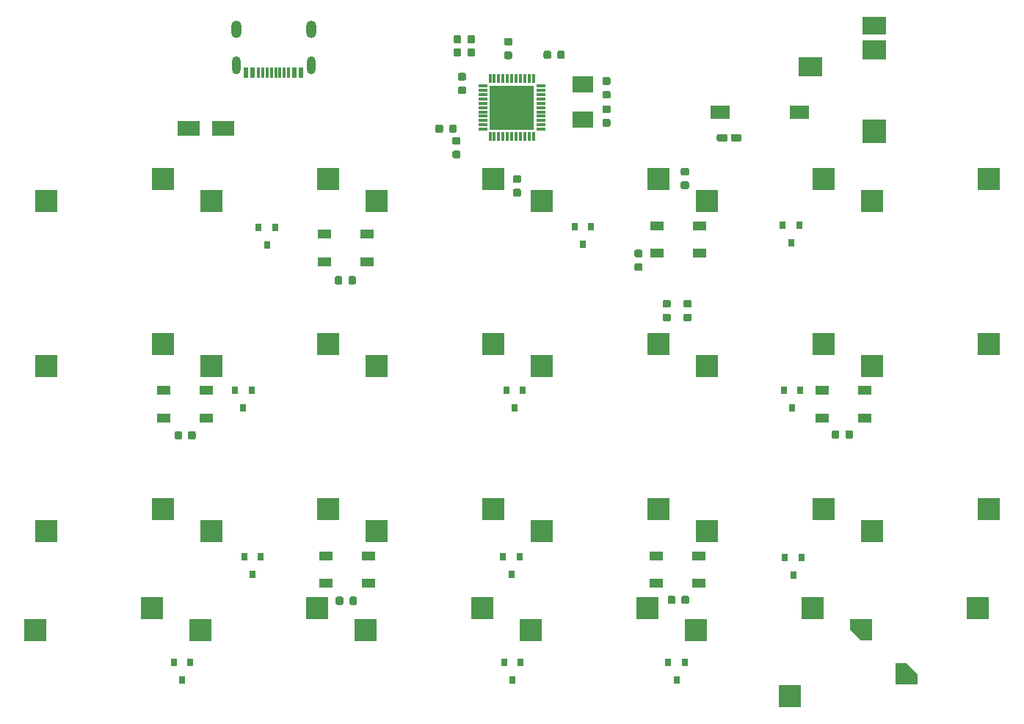
<source format=gbr>
%TF.GenerationSoftware,KiCad,Pcbnew,5.0.2-5.fc29*%
%TF.CreationDate,2019-03-27T11:45:15+01:00*%
%TF.ProjectId,vitamins_included,76697461-6d69-46e7-935f-696e636c7564,rev?*%
%TF.SameCoordinates,Original*%
%TF.FileFunction,Paste,Bot*%
%TF.FilePolarity,Positive*%
%FSLAX46Y46*%
G04 Gerber Fmt 4.6, Leading zero omitted, Abs format (unit mm)*
G04 Created by KiCad (PCBNEW 5.0.2-5.fc29) date 2019-03-27T11:45:15 CET*
%MOMM*%
%LPD*%
G01*
G04 APERTURE LIST*
%ADD10C,0.100000*%
%ADD11C,0.875000*%
%ADD12R,2.550000X2.500000*%
%ADD13R,1.500000X1.000000*%
%ADD14R,0.800000X0.900000*%
%ADD15R,2.180000X1.600000*%
%ADD16C,0.850000*%
%ADD17R,0.299720X0.998220*%
%ADD18R,0.998220X0.299720*%
%ADD19R,5.080000X5.080000*%
%ADD20R,2.400000X1.900000*%
%ADD21O,1.000000X2.100000*%
%ADD22O,1.200000X2.000000*%
%ADD23R,0.300000X1.160000*%
%ADD24R,0.600000X1.160000*%
%ADD25R,2.500000X1.800000*%
%ADD26R,2.800000X2.000000*%
%ADD27R,2.800000X2.200000*%
%ADD28R,2.800000X2.800000*%
%ADD29C,1.000000*%
G04 APERTURE END LIST*
D10*
G36*
X71977691Y-27576053D02*
X71998926Y-27579203D01*
X72019750Y-27584419D01*
X72039962Y-27591651D01*
X72059368Y-27600830D01*
X72077781Y-27611866D01*
X72095024Y-27624654D01*
X72110930Y-27639070D01*
X72125346Y-27654976D01*
X72138134Y-27672219D01*
X72149170Y-27690632D01*
X72158349Y-27710038D01*
X72165581Y-27730250D01*
X72170797Y-27751074D01*
X72173947Y-27772309D01*
X72175000Y-27793750D01*
X72175000Y-28231250D01*
X72173947Y-28252691D01*
X72170797Y-28273926D01*
X72165581Y-28294750D01*
X72158349Y-28314962D01*
X72149170Y-28334368D01*
X72138134Y-28352781D01*
X72125346Y-28370024D01*
X72110930Y-28385930D01*
X72095024Y-28400346D01*
X72077781Y-28413134D01*
X72059368Y-28424170D01*
X72039962Y-28433349D01*
X72019750Y-28440581D01*
X71998926Y-28445797D01*
X71977691Y-28448947D01*
X71956250Y-28450000D01*
X71443750Y-28450000D01*
X71422309Y-28448947D01*
X71401074Y-28445797D01*
X71380250Y-28440581D01*
X71360038Y-28433349D01*
X71340632Y-28424170D01*
X71322219Y-28413134D01*
X71304976Y-28400346D01*
X71289070Y-28385930D01*
X71274654Y-28370024D01*
X71261866Y-28352781D01*
X71250830Y-28334368D01*
X71241651Y-28314962D01*
X71234419Y-28294750D01*
X71229203Y-28273926D01*
X71226053Y-28252691D01*
X71225000Y-28231250D01*
X71225000Y-27793750D01*
X71226053Y-27772309D01*
X71229203Y-27751074D01*
X71234419Y-27730250D01*
X71241651Y-27710038D01*
X71250830Y-27690632D01*
X71261866Y-27672219D01*
X71274654Y-27654976D01*
X71289070Y-27639070D01*
X71304976Y-27624654D01*
X71322219Y-27611866D01*
X71340632Y-27600830D01*
X71360038Y-27591651D01*
X71380250Y-27584419D01*
X71401074Y-27579203D01*
X71422309Y-27576053D01*
X71443750Y-27575000D01*
X71956250Y-27575000D01*
X71977691Y-27576053D01*
X71977691Y-27576053D01*
G37*
D11*
X71700000Y-28012500D03*
D10*
G36*
X71977691Y-29151053D02*
X71998926Y-29154203D01*
X72019750Y-29159419D01*
X72039962Y-29166651D01*
X72059368Y-29175830D01*
X72077781Y-29186866D01*
X72095024Y-29199654D01*
X72110930Y-29214070D01*
X72125346Y-29229976D01*
X72138134Y-29247219D01*
X72149170Y-29265632D01*
X72158349Y-29285038D01*
X72165581Y-29305250D01*
X72170797Y-29326074D01*
X72173947Y-29347309D01*
X72175000Y-29368750D01*
X72175000Y-29806250D01*
X72173947Y-29827691D01*
X72170797Y-29848926D01*
X72165581Y-29869750D01*
X72158349Y-29889962D01*
X72149170Y-29909368D01*
X72138134Y-29927781D01*
X72125346Y-29945024D01*
X72110930Y-29960930D01*
X72095024Y-29975346D01*
X72077781Y-29988134D01*
X72059368Y-29999170D01*
X72039962Y-30008349D01*
X72019750Y-30015581D01*
X71998926Y-30020797D01*
X71977691Y-30023947D01*
X71956250Y-30025000D01*
X71443750Y-30025000D01*
X71422309Y-30023947D01*
X71401074Y-30020797D01*
X71380250Y-30015581D01*
X71360038Y-30008349D01*
X71340632Y-29999170D01*
X71322219Y-29988134D01*
X71304976Y-29975346D01*
X71289070Y-29960930D01*
X71274654Y-29945024D01*
X71261866Y-29927781D01*
X71250830Y-29909368D01*
X71241651Y-29889962D01*
X71234419Y-29869750D01*
X71229203Y-29848926D01*
X71226053Y-29827691D01*
X71225000Y-29806250D01*
X71225000Y-29368750D01*
X71226053Y-29347309D01*
X71229203Y-29326074D01*
X71234419Y-29305250D01*
X71241651Y-29285038D01*
X71250830Y-29265632D01*
X71261866Y-29247219D01*
X71274654Y-29229976D01*
X71289070Y-29214070D01*
X71304976Y-29199654D01*
X71322219Y-29186866D01*
X71340632Y-29175830D01*
X71360038Y-29166651D01*
X71380250Y-29159419D01*
X71401074Y-29154203D01*
X71422309Y-29151053D01*
X71443750Y-29150000D01*
X71956250Y-29150000D01*
X71977691Y-29151053D01*
X71977691Y-29151053D01*
G37*
D11*
X71700000Y-29587500D03*
D12*
X16860000Y-19390000D03*
X3410000Y-21930000D03*
D13*
X92850000Y-47000000D03*
X92850000Y-43800000D03*
X97750000Y-47000000D03*
X97750000Y-43800000D03*
D10*
G36*
X50977691Y-14576053D02*
X50998926Y-14579203D01*
X51019750Y-14584419D01*
X51039962Y-14591651D01*
X51059368Y-14600830D01*
X51077781Y-14611866D01*
X51095024Y-14624654D01*
X51110930Y-14639070D01*
X51125346Y-14654976D01*
X51138134Y-14672219D01*
X51149170Y-14690632D01*
X51158349Y-14710038D01*
X51165581Y-14730250D01*
X51170797Y-14751074D01*
X51173947Y-14772309D01*
X51175000Y-14793750D01*
X51175000Y-15231250D01*
X51173947Y-15252691D01*
X51170797Y-15273926D01*
X51165581Y-15294750D01*
X51158349Y-15314962D01*
X51149170Y-15334368D01*
X51138134Y-15352781D01*
X51125346Y-15370024D01*
X51110930Y-15385930D01*
X51095024Y-15400346D01*
X51077781Y-15413134D01*
X51059368Y-15424170D01*
X51039962Y-15433349D01*
X51019750Y-15440581D01*
X50998926Y-15445797D01*
X50977691Y-15448947D01*
X50956250Y-15450000D01*
X50443750Y-15450000D01*
X50422309Y-15448947D01*
X50401074Y-15445797D01*
X50380250Y-15440581D01*
X50360038Y-15433349D01*
X50340632Y-15424170D01*
X50322219Y-15413134D01*
X50304976Y-15400346D01*
X50289070Y-15385930D01*
X50274654Y-15370024D01*
X50261866Y-15352781D01*
X50250830Y-15334368D01*
X50241651Y-15314962D01*
X50234419Y-15294750D01*
X50229203Y-15273926D01*
X50226053Y-15252691D01*
X50225000Y-15231250D01*
X50225000Y-14793750D01*
X50226053Y-14772309D01*
X50229203Y-14751074D01*
X50234419Y-14730250D01*
X50241651Y-14710038D01*
X50250830Y-14690632D01*
X50261866Y-14672219D01*
X50274654Y-14654976D01*
X50289070Y-14639070D01*
X50304976Y-14624654D01*
X50322219Y-14611866D01*
X50340632Y-14600830D01*
X50360038Y-14591651D01*
X50380250Y-14584419D01*
X50401074Y-14579203D01*
X50422309Y-14576053D01*
X50443750Y-14575000D01*
X50956250Y-14575000D01*
X50977691Y-14576053D01*
X50977691Y-14576053D01*
G37*
D11*
X50700000Y-15012500D03*
D10*
G36*
X50977691Y-16151053D02*
X50998926Y-16154203D01*
X51019750Y-16159419D01*
X51039962Y-16166651D01*
X51059368Y-16175830D01*
X51077781Y-16186866D01*
X51095024Y-16199654D01*
X51110930Y-16214070D01*
X51125346Y-16229976D01*
X51138134Y-16247219D01*
X51149170Y-16265632D01*
X51158349Y-16285038D01*
X51165581Y-16305250D01*
X51170797Y-16326074D01*
X51173947Y-16347309D01*
X51175000Y-16368750D01*
X51175000Y-16806250D01*
X51173947Y-16827691D01*
X51170797Y-16848926D01*
X51165581Y-16869750D01*
X51158349Y-16889962D01*
X51149170Y-16909368D01*
X51138134Y-16927781D01*
X51125346Y-16945024D01*
X51110930Y-16960930D01*
X51095024Y-16975346D01*
X51077781Y-16988134D01*
X51059368Y-16999170D01*
X51039962Y-17008349D01*
X51019750Y-17015581D01*
X50998926Y-17020797D01*
X50977691Y-17023947D01*
X50956250Y-17025000D01*
X50443750Y-17025000D01*
X50422309Y-17023947D01*
X50401074Y-17020797D01*
X50380250Y-17015581D01*
X50360038Y-17008349D01*
X50340632Y-16999170D01*
X50322219Y-16988134D01*
X50304976Y-16975346D01*
X50289070Y-16960930D01*
X50274654Y-16945024D01*
X50261866Y-16927781D01*
X50250830Y-16909368D01*
X50241651Y-16889962D01*
X50234419Y-16869750D01*
X50229203Y-16848926D01*
X50226053Y-16827691D01*
X50225000Y-16806250D01*
X50225000Y-16368750D01*
X50226053Y-16347309D01*
X50229203Y-16326074D01*
X50234419Y-16305250D01*
X50241651Y-16285038D01*
X50250830Y-16265632D01*
X50261866Y-16247219D01*
X50274654Y-16229976D01*
X50289070Y-16214070D01*
X50304976Y-16199654D01*
X50322219Y-16186866D01*
X50340632Y-16175830D01*
X50360038Y-16166651D01*
X50380250Y-16159419D01*
X50401074Y-16154203D01*
X50422309Y-16151053D01*
X50443750Y-16150000D01*
X50956250Y-16150000D01*
X50977691Y-16151053D01*
X50977691Y-16151053D01*
G37*
D11*
X50700000Y-16587500D03*
D12*
X54960000Y-38440000D03*
X41510000Y-40980000D03*
X78340000Y-71460000D03*
X91790000Y-68920000D03*
D14*
X26100000Y-45838000D03*
X27050000Y-43838000D03*
X25150000Y-43838000D03*
D15*
X81110000Y-11700000D03*
X90290000Y-11700000D03*
D14*
X89538000Y-65142000D03*
X90488000Y-63142000D03*
X88588000Y-63142000D03*
D10*
G36*
X75224191Y-34967053D02*
X75245426Y-34970203D01*
X75266250Y-34975419D01*
X75286462Y-34982651D01*
X75305868Y-34991830D01*
X75324281Y-35002866D01*
X75341524Y-35015654D01*
X75357430Y-35030070D01*
X75371846Y-35045976D01*
X75384634Y-35063219D01*
X75395670Y-35081632D01*
X75404849Y-35101038D01*
X75412081Y-35121250D01*
X75417297Y-35142074D01*
X75420447Y-35163309D01*
X75421500Y-35184750D01*
X75421500Y-35622250D01*
X75420447Y-35643691D01*
X75417297Y-35664926D01*
X75412081Y-35685750D01*
X75404849Y-35705962D01*
X75395670Y-35725368D01*
X75384634Y-35743781D01*
X75371846Y-35761024D01*
X75357430Y-35776930D01*
X75341524Y-35791346D01*
X75324281Y-35804134D01*
X75305868Y-35815170D01*
X75286462Y-35824349D01*
X75266250Y-35831581D01*
X75245426Y-35836797D01*
X75224191Y-35839947D01*
X75202750Y-35841000D01*
X74690250Y-35841000D01*
X74668809Y-35839947D01*
X74647574Y-35836797D01*
X74626750Y-35831581D01*
X74606538Y-35824349D01*
X74587132Y-35815170D01*
X74568719Y-35804134D01*
X74551476Y-35791346D01*
X74535570Y-35776930D01*
X74521154Y-35761024D01*
X74508366Y-35743781D01*
X74497330Y-35725368D01*
X74488151Y-35705962D01*
X74480919Y-35685750D01*
X74475703Y-35664926D01*
X74472553Y-35643691D01*
X74471500Y-35622250D01*
X74471500Y-35184750D01*
X74472553Y-35163309D01*
X74475703Y-35142074D01*
X74480919Y-35121250D01*
X74488151Y-35101038D01*
X74497330Y-35081632D01*
X74508366Y-35063219D01*
X74521154Y-35045976D01*
X74535570Y-35030070D01*
X74551476Y-35015654D01*
X74568719Y-35002866D01*
X74587132Y-34991830D01*
X74606538Y-34982651D01*
X74626750Y-34975419D01*
X74647574Y-34970203D01*
X74668809Y-34967053D01*
X74690250Y-34966000D01*
X75202750Y-34966000D01*
X75224191Y-34967053D01*
X75224191Y-34967053D01*
G37*
D11*
X74946500Y-35403500D03*
D10*
G36*
X75224191Y-33392053D02*
X75245426Y-33395203D01*
X75266250Y-33400419D01*
X75286462Y-33407651D01*
X75305868Y-33416830D01*
X75324281Y-33427866D01*
X75341524Y-33440654D01*
X75357430Y-33455070D01*
X75371846Y-33470976D01*
X75384634Y-33488219D01*
X75395670Y-33506632D01*
X75404849Y-33526038D01*
X75412081Y-33546250D01*
X75417297Y-33567074D01*
X75420447Y-33588309D01*
X75421500Y-33609750D01*
X75421500Y-34047250D01*
X75420447Y-34068691D01*
X75417297Y-34089926D01*
X75412081Y-34110750D01*
X75404849Y-34130962D01*
X75395670Y-34150368D01*
X75384634Y-34168781D01*
X75371846Y-34186024D01*
X75357430Y-34201930D01*
X75341524Y-34216346D01*
X75324281Y-34229134D01*
X75305868Y-34240170D01*
X75286462Y-34249349D01*
X75266250Y-34256581D01*
X75245426Y-34261797D01*
X75224191Y-34264947D01*
X75202750Y-34266000D01*
X74690250Y-34266000D01*
X74668809Y-34264947D01*
X74647574Y-34261797D01*
X74626750Y-34256581D01*
X74606538Y-34249349D01*
X74587132Y-34240170D01*
X74568719Y-34229134D01*
X74551476Y-34216346D01*
X74535570Y-34201930D01*
X74521154Y-34186024D01*
X74508366Y-34168781D01*
X74497330Y-34150368D01*
X74488151Y-34130962D01*
X74480919Y-34110750D01*
X74475703Y-34089926D01*
X74472553Y-34068691D01*
X74471500Y-34047250D01*
X74471500Y-33609750D01*
X74472553Y-33588309D01*
X74475703Y-33567074D01*
X74480919Y-33546250D01*
X74488151Y-33526038D01*
X74497330Y-33506632D01*
X74508366Y-33488219D01*
X74521154Y-33470976D01*
X74535570Y-33455070D01*
X74551476Y-33440654D01*
X74568719Y-33427866D01*
X74587132Y-33416830D01*
X74606538Y-33407651D01*
X74626750Y-33400419D01*
X74647574Y-33395203D01*
X74668809Y-33392053D01*
X74690250Y-33391000D01*
X75202750Y-33391000D01*
X75224191Y-33392053D01*
X75224191Y-33392053D01*
G37*
D11*
X74946500Y-33828500D03*
D10*
G36*
X68277691Y-9251053D02*
X68298926Y-9254203D01*
X68319750Y-9259419D01*
X68339962Y-9266651D01*
X68359368Y-9275830D01*
X68377781Y-9286866D01*
X68395024Y-9299654D01*
X68410930Y-9314070D01*
X68425346Y-9329976D01*
X68438134Y-9347219D01*
X68449170Y-9365632D01*
X68458349Y-9385038D01*
X68465581Y-9405250D01*
X68470797Y-9426074D01*
X68473947Y-9447309D01*
X68475000Y-9468750D01*
X68475000Y-9906250D01*
X68473947Y-9927691D01*
X68470797Y-9948926D01*
X68465581Y-9969750D01*
X68458349Y-9989962D01*
X68449170Y-10009368D01*
X68438134Y-10027781D01*
X68425346Y-10045024D01*
X68410930Y-10060930D01*
X68395024Y-10075346D01*
X68377781Y-10088134D01*
X68359368Y-10099170D01*
X68339962Y-10108349D01*
X68319750Y-10115581D01*
X68298926Y-10120797D01*
X68277691Y-10123947D01*
X68256250Y-10125000D01*
X67743750Y-10125000D01*
X67722309Y-10123947D01*
X67701074Y-10120797D01*
X67680250Y-10115581D01*
X67660038Y-10108349D01*
X67640632Y-10099170D01*
X67622219Y-10088134D01*
X67604976Y-10075346D01*
X67589070Y-10060930D01*
X67574654Y-10045024D01*
X67561866Y-10027781D01*
X67550830Y-10009368D01*
X67541651Y-9989962D01*
X67534419Y-9969750D01*
X67529203Y-9948926D01*
X67526053Y-9927691D01*
X67525000Y-9906250D01*
X67525000Y-9468750D01*
X67526053Y-9447309D01*
X67529203Y-9426074D01*
X67534419Y-9405250D01*
X67541651Y-9385038D01*
X67550830Y-9365632D01*
X67561866Y-9347219D01*
X67574654Y-9329976D01*
X67589070Y-9314070D01*
X67604976Y-9299654D01*
X67622219Y-9286866D01*
X67640632Y-9275830D01*
X67660038Y-9266651D01*
X67680250Y-9259419D01*
X67701074Y-9254203D01*
X67722309Y-9251053D01*
X67743750Y-9250000D01*
X68256250Y-9250000D01*
X68277691Y-9251053D01*
X68277691Y-9251053D01*
G37*
D11*
X68000000Y-9687500D03*
D10*
G36*
X68277691Y-7676053D02*
X68298926Y-7679203D01*
X68319750Y-7684419D01*
X68339962Y-7691651D01*
X68359368Y-7700830D01*
X68377781Y-7711866D01*
X68395024Y-7724654D01*
X68410930Y-7739070D01*
X68425346Y-7754976D01*
X68438134Y-7772219D01*
X68449170Y-7790632D01*
X68458349Y-7810038D01*
X68465581Y-7830250D01*
X68470797Y-7851074D01*
X68473947Y-7872309D01*
X68475000Y-7893750D01*
X68475000Y-8331250D01*
X68473947Y-8352691D01*
X68470797Y-8373926D01*
X68465581Y-8394750D01*
X68458349Y-8414962D01*
X68449170Y-8434368D01*
X68438134Y-8452781D01*
X68425346Y-8470024D01*
X68410930Y-8485930D01*
X68395024Y-8500346D01*
X68377781Y-8513134D01*
X68359368Y-8524170D01*
X68339962Y-8533349D01*
X68319750Y-8540581D01*
X68298926Y-8545797D01*
X68277691Y-8548947D01*
X68256250Y-8550000D01*
X67743750Y-8550000D01*
X67722309Y-8548947D01*
X67701074Y-8545797D01*
X67680250Y-8540581D01*
X67660038Y-8533349D01*
X67640632Y-8524170D01*
X67622219Y-8513134D01*
X67604976Y-8500346D01*
X67589070Y-8485930D01*
X67574654Y-8470024D01*
X67561866Y-8452781D01*
X67550830Y-8434368D01*
X67541651Y-8414962D01*
X67534419Y-8394750D01*
X67529203Y-8373926D01*
X67526053Y-8352691D01*
X67525000Y-8331250D01*
X67525000Y-7893750D01*
X67526053Y-7872309D01*
X67529203Y-7851074D01*
X67534419Y-7830250D01*
X67541651Y-7810038D01*
X67550830Y-7790632D01*
X67561866Y-7772219D01*
X67574654Y-7754976D01*
X67589070Y-7739070D01*
X67604976Y-7724654D01*
X67622219Y-7711866D01*
X67640632Y-7700830D01*
X67660038Y-7691651D01*
X67680250Y-7684419D01*
X67701074Y-7679203D01*
X67722309Y-7676053D01*
X67743750Y-7675000D01*
X68256250Y-7675000D01*
X68277691Y-7676053D01*
X68277691Y-7676053D01*
G37*
D11*
X68000000Y-8112500D03*
D14*
X65281000Y-26915000D03*
X66231000Y-24915000D03*
X64331000Y-24915000D03*
D10*
G36*
X81758329Y-14226023D02*
X81778957Y-14229083D01*
X81799185Y-14234150D01*
X81818820Y-14241176D01*
X81837672Y-14250092D01*
X81855559Y-14260813D01*
X81872309Y-14273235D01*
X81887760Y-14287240D01*
X81901765Y-14302691D01*
X81914187Y-14319441D01*
X81924908Y-14337328D01*
X81933824Y-14356180D01*
X81940850Y-14375815D01*
X81945917Y-14396043D01*
X81948977Y-14416671D01*
X81950000Y-14437500D01*
X81950000Y-14862500D01*
X81948977Y-14883329D01*
X81945917Y-14903957D01*
X81940850Y-14924185D01*
X81933824Y-14943820D01*
X81924908Y-14962672D01*
X81914187Y-14980559D01*
X81901765Y-14997309D01*
X81887760Y-15012760D01*
X81872309Y-15026765D01*
X81855559Y-15039187D01*
X81837672Y-15049908D01*
X81818820Y-15058824D01*
X81799185Y-15065850D01*
X81778957Y-15070917D01*
X81758329Y-15073977D01*
X81737500Y-15075000D01*
X80937500Y-15075000D01*
X80916671Y-15073977D01*
X80896043Y-15070917D01*
X80875815Y-15065850D01*
X80856180Y-15058824D01*
X80837328Y-15049908D01*
X80819441Y-15039187D01*
X80802691Y-15026765D01*
X80787240Y-15012760D01*
X80773235Y-14997309D01*
X80760813Y-14980559D01*
X80750092Y-14962672D01*
X80741176Y-14943820D01*
X80734150Y-14924185D01*
X80729083Y-14903957D01*
X80726023Y-14883329D01*
X80725000Y-14862500D01*
X80725000Y-14437500D01*
X80726023Y-14416671D01*
X80729083Y-14396043D01*
X80734150Y-14375815D01*
X80741176Y-14356180D01*
X80750092Y-14337328D01*
X80760813Y-14319441D01*
X80773235Y-14302691D01*
X80787240Y-14287240D01*
X80802691Y-14273235D01*
X80819441Y-14260813D01*
X80837328Y-14250092D01*
X80856180Y-14241176D01*
X80875815Y-14234150D01*
X80896043Y-14229083D01*
X80916671Y-14226023D01*
X80937500Y-14225000D01*
X81737500Y-14225000D01*
X81758329Y-14226023D01*
X81758329Y-14226023D01*
G37*
D16*
X81337500Y-14650000D03*
D10*
G36*
X83383329Y-14226023D02*
X83403957Y-14229083D01*
X83424185Y-14234150D01*
X83443820Y-14241176D01*
X83462672Y-14250092D01*
X83480559Y-14260813D01*
X83497309Y-14273235D01*
X83512760Y-14287240D01*
X83526765Y-14302691D01*
X83539187Y-14319441D01*
X83549908Y-14337328D01*
X83558824Y-14356180D01*
X83565850Y-14375815D01*
X83570917Y-14396043D01*
X83573977Y-14416671D01*
X83575000Y-14437500D01*
X83575000Y-14862500D01*
X83573977Y-14883329D01*
X83570917Y-14903957D01*
X83565850Y-14924185D01*
X83558824Y-14943820D01*
X83549908Y-14962672D01*
X83539187Y-14980559D01*
X83526765Y-14997309D01*
X83512760Y-15012760D01*
X83497309Y-15026765D01*
X83480559Y-15039187D01*
X83462672Y-15049908D01*
X83443820Y-15058824D01*
X83424185Y-15065850D01*
X83403957Y-15070917D01*
X83383329Y-15073977D01*
X83362500Y-15075000D01*
X82562500Y-15075000D01*
X82541671Y-15073977D01*
X82521043Y-15070917D01*
X82500815Y-15065850D01*
X82481180Y-15058824D01*
X82462328Y-15049908D01*
X82444441Y-15039187D01*
X82427691Y-15026765D01*
X82412240Y-15012760D01*
X82398235Y-14997309D01*
X82385813Y-14980559D01*
X82375092Y-14962672D01*
X82366176Y-14943820D01*
X82359150Y-14924185D01*
X82354083Y-14903957D01*
X82351023Y-14883329D01*
X82350000Y-14862500D01*
X82350000Y-14437500D01*
X82351023Y-14416671D01*
X82354083Y-14396043D01*
X82359150Y-14375815D01*
X82366176Y-14356180D01*
X82375092Y-14337328D01*
X82385813Y-14319441D01*
X82398235Y-14302691D01*
X82412240Y-14287240D01*
X82427691Y-14273235D01*
X82444441Y-14260813D01*
X82462328Y-14250092D01*
X82481180Y-14241176D01*
X82500815Y-14234150D01*
X82521043Y-14229083D01*
X82541671Y-14226023D01*
X82562500Y-14225000D01*
X83362500Y-14225000D01*
X83383329Y-14226023D01*
X83383329Y-14226023D01*
G37*
D16*
X82962500Y-14650000D03*
D12*
X54960000Y-57490000D03*
X41510000Y-60030000D03*
D14*
X57026000Y-65015000D03*
X57976000Y-63015000D03*
X56076000Y-63015000D03*
D17*
X54568158Y-7825280D03*
X55068538Y-7825280D03*
X55568918Y-7825280D03*
X56069298Y-7825280D03*
X56569678Y-7825280D03*
X57067518Y-7825280D03*
X57565358Y-7825280D03*
X58065738Y-7825280D03*
X58566118Y-7825280D03*
X59066498Y-7825280D03*
X59566878Y-7825280D03*
D18*
X60415238Y-8673640D03*
X60415238Y-9174020D03*
X60415238Y-9674400D03*
X60415238Y-10174780D03*
X60415238Y-10675160D03*
X60415238Y-11173000D03*
X60415238Y-11670840D03*
X60415238Y-12171220D03*
X60415238Y-12671600D03*
X60415238Y-13171980D03*
X60415238Y-13672360D03*
D17*
X59566878Y-14520720D03*
X59066498Y-14520720D03*
X58566118Y-14520720D03*
X58065738Y-14520720D03*
X57565358Y-14520720D03*
X57067518Y-14520720D03*
X56569678Y-14520720D03*
X56069298Y-14520720D03*
X55568918Y-14520720D03*
X55068538Y-14520720D03*
X54568158Y-14520720D03*
D18*
X53719798Y-13672360D03*
X53719798Y-13171980D03*
X53719798Y-12671600D03*
X53719798Y-12171220D03*
X53719798Y-11670840D03*
X53719798Y-11173000D03*
X53719798Y-10675160D03*
X53719798Y-10174780D03*
X53719798Y-9674400D03*
X53719798Y-9174020D03*
X53719798Y-8673640D03*
D19*
X57067518Y-11173000D03*
D10*
G36*
X38915191Y-30626053D02*
X38936426Y-30629203D01*
X38957250Y-30634419D01*
X38977462Y-30641651D01*
X38996868Y-30650830D01*
X39015281Y-30661866D01*
X39032524Y-30674654D01*
X39048430Y-30689070D01*
X39062846Y-30704976D01*
X39075634Y-30722219D01*
X39086670Y-30740632D01*
X39095849Y-30760038D01*
X39103081Y-30780250D01*
X39108297Y-30801074D01*
X39111447Y-30822309D01*
X39112500Y-30843750D01*
X39112500Y-31356250D01*
X39111447Y-31377691D01*
X39108297Y-31398926D01*
X39103081Y-31419750D01*
X39095849Y-31439962D01*
X39086670Y-31459368D01*
X39075634Y-31477781D01*
X39062846Y-31495024D01*
X39048430Y-31510930D01*
X39032524Y-31525346D01*
X39015281Y-31538134D01*
X38996868Y-31549170D01*
X38977462Y-31558349D01*
X38957250Y-31565581D01*
X38936426Y-31570797D01*
X38915191Y-31573947D01*
X38893750Y-31575000D01*
X38456250Y-31575000D01*
X38434809Y-31573947D01*
X38413574Y-31570797D01*
X38392750Y-31565581D01*
X38372538Y-31558349D01*
X38353132Y-31549170D01*
X38334719Y-31538134D01*
X38317476Y-31525346D01*
X38301570Y-31510930D01*
X38287154Y-31495024D01*
X38274366Y-31477781D01*
X38263330Y-31459368D01*
X38254151Y-31439962D01*
X38246919Y-31419750D01*
X38241703Y-31398926D01*
X38238553Y-31377691D01*
X38237500Y-31356250D01*
X38237500Y-30843750D01*
X38238553Y-30822309D01*
X38241703Y-30801074D01*
X38246919Y-30780250D01*
X38254151Y-30760038D01*
X38263330Y-30740632D01*
X38274366Y-30722219D01*
X38287154Y-30704976D01*
X38301570Y-30689070D01*
X38317476Y-30674654D01*
X38334719Y-30661866D01*
X38353132Y-30650830D01*
X38372538Y-30641651D01*
X38392750Y-30634419D01*
X38413574Y-30629203D01*
X38434809Y-30626053D01*
X38456250Y-30625000D01*
X38893750Y-30625000D01*
X38915191Y-30626053D01*
X38915191Y-30626053D01*
G37*
D11*
X38675000Y-31100000D03*
D10*
G36*
X37340191Y-30626053D02*
X37361426Y-30629203D01*
X37382250Y-30634419D01*
X37402462Y-30641651D01*
X37421868Y-30650830D01*
X37440281Y-30661866D01*
X37457524Y-30674654D01*
X37473430Y-30689070D01*
X37487846Y-30704976D01*
X37500634Y-30722219D01*
X37511670Y-30740632D01*
X37520849Y-30760038D01*
X37528081Y-30780250D01*
X37533297Y-30801074D01*
X37536447Y-30822309D01*
X37537500Y-30843750D01*
X37537500Y-31356250D01*
X37536447Y-31377691D01*
X37533297Y-31398926D01*
X37528081Y-31419750D01*
X37520849Y-31439962D01*
X37511670Y-31459368D01*
X37500634Y-31477781D01*
X37487846Y-31495024D01*
X37473430Y-31510930D01*
X37457524Y-31525346D01*
X37440281Y-31538134D01*
X37421868Y-31549170D01*
X37402462Y-31558349D01*
X37382250Y-31565581D01*
X37361426Y-31570797D01*
X37340191Y-31573947D01*
X37318750Y-31575000D01*
X36881250Y-31575000D01*
X36859809Y-31573947D01*
X36838574Y-31570797D01*
X36817750Y-31565581D01*
X36797538Y-31558349D01*
X36778132Y-31549170D01*
X36759719Y-31538134D01*
X36742476Y-31525346D01*
X36726570Y-31510930D01*
X36712154Y-31495024D01*
X36699366Y-31477781D01*
X36688330Y-31459368D01*
X36679151Y-31439962D01*
X36671919Y-31419750D01*
X36666703Y-31398926D01*
X36663553Y-31377691D01*
X36662500Y-31356250D01*
X36662500Y-30843750D01*
X36663553Y-30822309D01*
X36666703Y-30801074D01*
X36671919Y-30780250D01*
X36679151Y-30760038D01*
X36688330Y-30740632D01*
X36699366Y-30722219D01*
X36712154Y-30704976D01*
X36726570Y-30689070D01*
X36742476Y-30674654D01*
X36759719Y-30661866D01*
X36778132Y-30650830D01*
X36797538Y-30641651D01*
X36817750Y-30634419D01*
X36838574Y-30629203D01*
X36859809Y-30626053D01*
X36881250Y-30625000D01*
X37318750Y-30625000D01*
X37340191Y-30626053D01*
X37340191Y-30626053D01*
G37*
D11*
X37100000Y-31100000D03*
D13*
X73750000Y-66100000D03*
X73750000Y-62900000D03*
X78650000Y-66100000D03*
X78650000Y-62900000D03*
D12*
X35910000Y-57490000D03*
X22460000Y-60030000D03*
X21190000Y-71460000D03*
X34640000Y-68920000D03*
D14*
X18103000Y-75207000D03*
X20003000Y-75207000D03*
X19053000Y-77207000D03*
D13*
X21850000Y-43800000D03*
X21850000Y-47000000D03*
X16950000Y-43800000D03*
X16950000Y-47000000D03*
D12*
X59290000Y-71460000D03*
X72740000Y-68920000D03*
X93060000Y-57490000D03*
X79610000Y-60030000D03*
D14*
X88450000Y-43838000D03*
X90350000Y-43838000D03*
X89400000Y-45838000D03*
D12*
X74010000Y-19390000D03*
X60560000Y-21930000D03*
D10*
G36*
X77637191Y-34967053D02*
X77658426Y-34970203D01*
X77679250Y-34975419D01*
X77699462Y-34982651D01*
X77718868Y-34991830D01*
X77737281Y-35002866D01*
X77754524Y-35015654D01*
X77770430Y-35030070D01*
X77784846Y-35045976D01*
X77797634Y-35063219D01*
X77808670Y-35081632D01*
X77817849Y-35101038D01*
X77825081Y-35121250D01*
X77830297Y-35142074D01*
X77833447Y-35163309D01*
X77834500Y-35184750D01*
X77834500Y-35622250D01*
X77833447Y-35643691D01*
X77830297Y-35664926D01*
X77825081Y-35685750D01*
X77817849Y-35705962D01*
X77808670Y-35725368D01*
X77797634Y-35743781D01*
X77784846Y-35761024D01*
X77770430Y-35776930D01*
X77754524Y-35791346D01*
X77737281Y-35804134D01*
X77718868Y-35815170D01*
X77699462Y-35824349D01*
X77679250Y-35831581D01*
X77658426Y-35836797D01*
X77637191Y-35839947D01*
X77615750Y-35841000D01*
X77103250Y-35841000D01*
X77081809Y-35839947D01*
X77060574Y-35836797D01*
X77039750Y-35831581D01*
X77019538Y-35824349D01*
X77000132Y-35815170D01*
X76981719Y-35804134D01*
X76964476Y-35791346D01*
X76948570Y-35776930D01*
X76934154Y-35761024D01*
X76921366Y-35743781D01*
X76910330Y-35725368D01*
X76901151Y-35705962D01*
X76893919Y-35685750D01*
X76888703Y-35664926D01*
X76885553Y-35643691D01*
X76884500Y-35622250D01*
X76884500Y-35184750D01*
X76885553Y-35163309D01*
X76888703Y-35142074D01*
X76893919Y-35121250D01*
X76901151Y-35101038D01*
X76910330Y-35081632D01*
X76921366Y-35063219D01*
X76934154Y-35045976D01*
X76948570Y-35030070D01*
X76964476Y-35015654D01*
X76981719Y-35002866D01*
X77000132Y-34991830D01*
X77019538Y-34982651D01*
X77039750Y-34975419D01*
X77060574Y-34970203D01*
X77081809Y-34967053D01*
X77103250Y-34966000D01*
X77615750Y-34966000D01*
X77637191Y-34967053D01*
X77637191Y-34967053D01*
G37*
D11*
X77359500Y-35403500D03*
D10*
G36*
X77637191Y-33392053D02*
X77658426Y-33395203D01*
X77679250Y-33400419D01*
X77699462Y-33407651D01*
X77718868Y-33416830D01*
X77737281Y-33427866D01*
X77754524Y-33440654D01*
X77770430Y-33455070D01*
X77784846Y-33470976D01*
X77797634Y-33488219D01*
X77808670Y-33506632D01*
X77817849Y-33526038D01*
X77825081Y-33546250D01*
X77830297Y-33567074D01*
X77833447Y-33588309D01*
X77834500Y-33609750D01*
X77834500Y-34047250D01*
X77833447Y-34068691D01*
X77830297Y-34089926D01*
X77825081Y-34110750D01*
X77817849Y-34130962D01*
X77808670Y-34150368D01*
X77797634Y-34168781D01*
X77784846Y-34186024D01*
X77770430Y-34201930D01*
X77754524Y-34216346D01*
X77737281Y-34229134D01*
X77718868Y-34240170D01*
X77699462Y-34249349D01*
X77679250Y-34256581D01*
X77658426Y-34261797D01*
X77637191Y-34264947D01*
X77615750Y-34266000D01*
X77103250Y-34266000D01*
X77081809Y-34264947D01*
X77060574Y-34261797D01*
X77039750Y-34256581D01*
X77019538Y-34249349D01*
X77000132Y-34240170D01*
X76981719Y-34229134D01*
X76964476Y-34216346D01*
X76948570Y-34201930D01*
X76934154Y-34186024D01*
X76921366Y-34168781D01*
X76910330Y-34150368D01*
X76901151Y-34130962D01*
X76893919Y-34110750D01*
X76888703Y-34089926D01*
X76885553Y-34068691D01*
X76884500Y-34047250D01*
X76884500Y-33609750D01*
X76885553Y-33588309D01*
X76888703Y-33567074D01*
X76893919Y-33546250D01*
X76901151Y-33526038D01*
X76910330Y-33506632D01*
X76921366Y-33488219D01*
X76934154Y-33470976D01*
X76948570Y-33455070D01*
X76964476Y-33440654D01*
X76981719Y-33427866D01*
X77000132Y-33416830D01*
X77019538Y-33407651D01*
X77039750Y-33400419D01*
X77060574Y-33395203D01*
X77081809Y-33392053D01*
X77103250Y-33391000D01*
X77615750Y-33391000D01*
X77637191Y-33392053D01*
X77637191Y-33392053D01*
G37*
D11*
X77359500Y-33828500D03*
D10*
G36*
X96227691Y-48426053D02*
X96248926Y-48429203D01*
X96269750Y-48434419D01*
X96289962Y-48441651D01*
X96309368Y-48450830D01*
X96327781Y-48461866D01*
X96345024Y-48474654D01*
X96360930Y-48489070D01*
X96375346Y-48504976D01*
X96388134Y-48522219D01*
X96399170Y-48540632D01*
X96408349Y-48560038D01*
X96415581Y-48580250D01*
X96420797Y-48601074D01*
X96423947Y-48622309D01*
X96425000Y-48643750D01*
X96425000Y-49156250D01*
X96423947Y-49177691D01*
X96420797Y-49198926D01*
X96415581Y-49219750D01*
X96408349Y-49239962D01*
X96399170Y-49259368D01*
X96388134Y-49277781D01*
X96375346Y-49295024D01*
X96360930Y-49310930D01*
X96345024Y-49325346D01*
X96327781Y-49338134D01*
X96309368Y-49349170D01*
X96289962Y-49358349D01*
X96269750Y-49365581D01*
X96248926Y-49370797D01*
X96227691Y-49373947D01*
X96206250Y-49375000D01*
X95768750Y-49375000D01*
X95747309Y-49373947D01*
X95726074Y-49370797D01*
X95705250Y-49365581D01*
X95685038Y-49358349D01*
X95665632Y-49349170D01*
X95647219Y-49338134D01*
X95629976Y-49325346D01*
X95614070Y-49310930D01*
X95599654Y-49295024D01*
X95586866Y-49277781D01*
X95575830Y-49259368D01*
X95566651Y-49239962D01*
X95559419Y-49219750D01*
X95554203Y-49198926D01*
X95551053Y-49177691D01*
X95550000Y-49156250D01*
X95550000Y-48643750D01*
X95551053Y-48622309D01*
X95554203Y-48601074D01*
X95559419Y-48580250D01*
X95566651Y-48560038D01*
X95575830Y-48540632D01*
X95586866Y-48522219D01*
X95599654Y-48504976D01*
X95614070Y-48489070D01*
X95629976Y-48474654D01*
X95647219Y-48461866D01*
X95665632Y-48450830D01*
X95685038Y-48441651D01*
X95705250Y-48434419D01*
X95726074Y-48429203D01*
X95747309Y-48426053D01*
X95768750Y-48425000D01*
X96206250Y-48425000D01*
X96227691Y-48426053D01*
X96227691Y-48426053D01*
G37*
D11*
X95987500Y-48900000D03*
D10*
G36*
X94652691Y-48426053D02*
X94673926Y-48429203D01*
X94694750Y-48434419D01*
X94714962Y-48441651D01*
X94734368Y-48450830D01*
X94752781Y-48461866D01*
X94770024Y-48474654D01*
X94785930Y-48489070D01*
X94800346Y-48504976D01*
X94813134Y-48522219D01*
X94824170Y-48540632D01*
X94833349Y-48560038D01*
X94840581Y-48580250D01*
X94845797Y-48601074D01*
X94848947Y-48622309D01*
X94850000Y-48643750D01*
X94850000Y-49156250D01*
X94848947Y-49177691D01*
X94845797Y-49198926D01*
X94840581Y-49219750D01*
X94833349Y-49239962D01*
X94824170Y-49259368D01*
X94813134Y-49277781D01*
X94800346Y-49295024D01*
X94785930Y-49310930D01*
X94770024Y-49325346D01*
X94752781Y-49338134D01*
X94734368Y-49349170D01*
X94714962Y-49358349D01*
X94694750Y-49365581D01*
X94673926Y-49370797D01*
X94652691Y-49373947D01*
X94631250Y-49375000D01*
X94193750Y-49375000D01*
X94172309Y-49373947D01*
X94151074Y-49370797D01*
X94130250Y-49365581D01*
X94110038Y-49358349D01*
X94090632Y-49349170D01*
X94072219Y-49338134D01*
X94054976Y-49325346D01*
X94039070Y-49310930D01*
X94024654Y-49295024D01*
X94011866Y-49277781D01*
X94000830Y-49259368D01*
X93991651Y-49239962D01*
X93984419Y-49219750D01*
X93979203Y-49198926D01*
X93976053Y-49177691D01*
X93975000Y-49156250D01*
X93975000Y-48643750D01*
X93976053Y-48622309D01*
X93979203Y-48601074D01*
X93984419Y-48580250D01*
X93991651Y-48560038D01*
X94000830Y-48540632D01*
X94011866Y-48522219D01*
X94024654Y-48504976D01*
X94039070Y-48489070D01*
X94054976Y-48474654D01*
X94072219Y-48461866D01*
X94090632Y-48450830D01*
X94110038Y-48441651D01*
X94130250Y-48434419D01*
X94151074Y-48429203D01*
X94172309Y-48426053D01*
X94193750Y-48425000D01*
X94631250Y-48425000D01*
X94652691Y-48426053D01*
X94652691Y-48426053D01*
G37*
D11*
X94412500Y-48900000D03*
D10*
G36*
X37452691Y-67626053D02*
X37473926Y-67629203D01*
X37494750Y-67634419D01*
X37514962Y-67641651D01*
X37534368Y-67650830D01*
X37552781Y-67661866D01*
X37570024Y-67674654D01*
X37585930Y-67689070D01*
X37600346Y-67704976D01*
X37613134Y-67722219D01*
X37624170Y-67740632D01*
X37633349Y-67760038D01*
X37640581Y-67780250D01*
X37645797Y-67801074D01*
X37648947Y-67822309D01*
X37650000Y-67843750D01*
X37650000Y-68356250D01*
X37648947Y-68377691D01*
X37645797Y-68398926D01*
X37640581Y-68419750D01*
X37633349Y-68439962D01*
X37624170Y-68459368D01*
X37613134Y-68477781D01*
X37600346Y-68495024D01*
X37585930Y-68510930D01*
X37570024Y-68525346D01*
X37552781Y-68538134D01*
X37534368Y-68549170D01*
X37514962Y-68558349D01*
X37494750Y-68565581D01*
X37473926Y-68570797D01*
X37452691Y-68573947D01*
X37431250Y-68575000D01*
X36993750Y-68575000D01*
X36972309Y-68573947D01*
X36951074Y-68570797D01*
X36930250Y-68565581D01*
X36910038Y-68558349D01*
X36890632Y-68549170D01*
X36872219Y-68538134D01*
X36854976Y-68525346D01*
X36839070Y-68510930D01*
X36824654Y-68495024D01*
X36811866Y-68477781D01*
X36800830Y-68459368D01*
X36791651Y-68439962D01*
X36784419Y-68419750D01*
X36779203Y-68398926D01*
X36776053Y-68377691D01*
X36775000Y-68356250D01*
X36775000Y-67843750D01*
X36776053Y-67822309D01*
X36779203Y-67801074D01*
X36784419Y-67780250D01*
X36791651Y-67760038D01*
X36800830Y-67740632D01*
X36811866Y-67722219D01*
X36824654Y-67704976D01*
X36839070Y-67689070D01*
X36854976Y-67674654D01*
X36872219Y-67661866D01*
X36890632Y-67650830D01*
X36910038Y-67641651D01*
X36930250Y-67634419D01*
X36951074Y-67629203D01*
X36972309Y-67626053D01*
X36993750Y-67625000D01*
X37431250Y-67625000D01*
X37452691Y-67626053D01*
X37452691Y-67626053D01*
G37*
D11*
X37212500Y-68100000D03*
D10*
G36*
X39027691Y-67626053D02*
X39048926Y-67629203D01*
X39069750Y-67634419D01*
X39089962Y-67641651D01*
X39109368Y-67650830D01*
X39127781Y-67661866D01*
X39145024Y-67674654D01*
X39160930Y-67689070D01*
X39175346Y-67704976D01*
X39188134Y-67722219D01*
X39199170Y-67740632D01*
X39208349Y-67760038D01*
X39215581Y-67780250D01*
X39220797Y-67801074D01*
X39223947Y-67822309D01*
X39225000Y-67843750D01*
X39225000Y-68356250D01*
X39223947Y-68377691D01*
X39220797Y-68398926D01*
X39215581Y-68419750D01*
X39208349Y-68439962D01*
X39199170Y-68459368D01*
X39188134Y-68477781D01*
X39175346Y-68495024D01*
X39160930Y-68510930D01*
X39145024Y-68525346D01*
X39127781Y-68538134D01*
X39109368Y-68549170D01*
X39089962Y-68558349D01*
X39069750Y-68565581D01*
X39048926Y-68570797D01*
X39027691Y-68573947D01*
X39006250Y-68575000D01*
X38568750Y-68575000D01*
X38547309Y-68573947D01*
X38526074Y-68570797D01*
X38505250Y-68565581D01*
X38485038Y-68558349D01*
X38465632Y-68549170D01*
X38447219Y-68538134D01*
X38429976Y-68525346D01*
X38414070Y-68510930D01*
X38399654Y-68495024D01*
X38386866Y-68477781D01*
X38375830Y-68459368D01*
X38366651Y-68439962D01*
X38359419Y-68419750D01*
X38354203Y-68398926D01*
X38351053Y-68377691D01*
X38350000Y-68356250D01*
X38350000Y-67843750D01*
X38351053Y-67822309D01*
X38354203Y-67801074D01*
X38359419Y-67780250D01*
X38366651Y-67760038D01*
X38375830Y-67740632D01*
X38386866Y-67722219D01*
X38399654Y-67704976D01*
X38414070Y-67689070D01*
X38429976Y-67674654D01*
X38447219Y-67661866D01*
X38465632Y-67650830D01*
X38485038Y-67641651D01*
X38505250Y-67634419D01*
X38526074Y-67629203D01*
X38547309Y-67626053D01*
X38568750Y-67625000D01*
X39006250Y-67625000D01*
X39027691Y-67626053D01*
X39027691Y-67626053D01*
G37*
D11*
X38787500Y-68100000D03*
D12*
X40240000Y-71460000D03*
X53690000Y-68920000D03*
D20*
X65250000Y-12550000D03*
X65250000Y-8450000D03*
D21*
X25280000Y-6310000D03*
X33920000Y-6310000D03*
D22*
X25280000Y-2140000D03*
X33920000Y-2140000D03*
D23*
X28850000Y-7130000D03*
X29350000Y-7130000D03*
X29850000Y-7130000D03*
X27850000Y-7130000D03*
X28350000Y-7130000D03*
X30850000Y-7130000D03*
X30350000Y-7130000D03*
X31350000Y-7130000D03*
D24*
X27200000Y-7130000D03*
X27200000Y-7130000D03*
X26400000Y-7130000D03*
X26400000Y-7130000D03*
X32000000Y-7130000D03*
X32800000Y-7130000D03*
X32000000Y-7130000D03*
X32800000Y-7130000D03*
D12*
X16860000Y-38440000D03*
X3410000Y-40980000D03*
X35910000Y-38440000D03*
X22460000Y-40980000D03*
D25*
X23800000Y-13600000D03*
X19800000Y-13600000D03*
D12*
X54960000Y-19390000D03*
X41510000Y-21930000D03*
X112110000Y-38440000D03*
X98660000Y-40980000D03*
D26*
X98892500Y-1728000D03*
D27*
X91492500Y-6428000D03*
X98892500Y-4528000D03*
D28*
X98892500Y-13928000D03*
D10*
G36*
X20427691Y-48526053D02*
X20448926Y-48529203D01*
X20469750Y-48534419D01*
X20489962Y-48541651D01*
X20509368Y-48550830D01*
X20527781Y-48561866D01*
X20545024Y-48574654D01*
X20560930Y-48589070D01*
X20575346Y-48604976D01*
X20588134Y-48622219D01*
X20599170Y-48640632D01*
X20608349Y-48660038D01*
X20615581Y-48680250D01*
X20620797Y-48701074D01*
X20623947Y-48722309D01*
X20625000Y-48743750D01*
X20625000Y-49256250D01*
X20623947Y-49277691D01*
X20620797Y-49298926D01*
X20615581Y-49319750D01*
X20608349Y-49339962D01*
X20599170Y-49359368D01*
X20588134Y-49377781D01*
X20575346Y-49395024D01*
X20560930Y-49410930D01*
X20545024Y-49425346D01*
X20527781Y-49438134D01*
X20509368Y-49449170D01*
X20489962Y-49458349D01*
X20469750Y-49465581D01*
X20448926Y-49470797D01*
X20427691Y-49473947D01*
X20406250Y-49475000D01*
X19968750Y-49475000D01*
X19947309Y-49473947D01*
X19926074Y-49470797D01*
X19905250Y-49465581D01*
X19885038Y-49458349D01*
X19865632Y-49449170D01*
X19847219Y-49438134D01*
X19829976Y-49425346D01*
X19814070Y-49410930D01*
X19799654Y-49395024D01*
X19786866Y-49377781D01*
X19775830Y-49359368D01*
X19766651Y-49339962D01*
X19759419Y-49319750D01*
X19754203Y-49298926D01*
X19751053Y-49277691D01*
X19750000Y-49256250D01*
X19750000Y-48743750D01*
X19751053Y-48722309D01*
X19754203Y-48701074D01*
X19759419Y-48680250D01*
X19766651Y-48660038D01*
X19775830Y-48640632D01*
X19786866Y-48622219D01*
X19799654Y-48604976D01*
X19814070Y-48589070D01*
X19829976Y-48574654D01*
X19847219Y-48561866D01*
X19865632Y-48550830D01*
X19885038Y-48541651D01*
X19905250Y-48534419D01*
X19926074Y-48529203D01*
X19947309Y-48526053D01*
X19968750Y-48525000D01*
X20406250Y-48525000D01*
X20427691Y-48526053D01*
X20427691Y-48526053D01*
G37*
D11*
X20187500Y-49000000D03*
D10*
G36*
X18852691Y-48526053D02*
X18873926Y-48529203D01*
X18894750Y-48534419D01*
X18914962Y-48541651D01*
X18934368Y-48550830D01*
X18952781Y-48561866D01*
X18970024Y-48574654D01*
X18985930Y-48589070D01*
X19000346Y-48604976D01*
X19013134Y-48622219D01*
X19024170Y-48640632D01*
X19033349Y-48660038D01*
X19040581Y-48680250D01*
X19045797Y-48701074D01*
X19048947Y-48722309D01*
X19050000Y-48743750D01*
X19050000Y-49256250D01*
X19048947Y-49277691D01*
X19045797Y-49298926D01*
X19040581Y-49319750D01*
X19033349Y-49339962D01*
X19024170Y-49359368D01*
X19013134Y-49377781D01*
X19000346Y-49395024D01*
X18985930Y-49410930D01*
X18970024Y-49425346D01*
X18952781Y-49438134D01*
X18934368Y-49449170D01*
X18914962Y-49458349D01*
X18894750Y-49465581D01*
X18873926Y-49470797D01*
X18852691Y-49473947D01*
X18831250Y-49475000D01*
X18393750Y-49475000D01*
X18372309Y-49473947D01*
X18351074Y-49470797D01*
X18330250Y-49465581D01*
X18310038Y-49458349D01*
X18290632Y-49449170D01*
X18272219Y-49438134D01*
X18254976Y-49425346D01*
X18239070Y-49410930D01*
X18224654Y-49395024D01*
X18211866Y-49377781D01*
X18200830Y-49359368D01*
X18191651Y-49339962D01*
X18184419Y-49319750D01*
X18179203Y-49298926D01*
X18176053Y-49277691D01*
X18175000Y-49256250D01*
X18175000Y-48743750D01*
X18176053Y-48722309D01*
X18179203Y-48701074D01*
X18184419Y-48680250D01*
X18191651Y-48660038D01*
X18200830Y-48640632D01*
X18211866Y-48622219D01*
X18224654Y-48604976D01*
X18239070Y-48589070D01*
X18254976Y-48574654D01*
X18272219Y-48561866D01*
X18290632Y-48550830D01*
X18310038Y-48541651D01*
X18330250Y-48534419D01*
X18351074Y-48529203D01*
X18372309Y-48526053D01*
X18393750Y-48525000D01*
X18831250Y-48525000D01*
X18852691Y-48526053D01*
X18852691Y-48526053D01*
G37*
D11*
X18612500Y-49000000D03*
D12*
X74010000Y-57490000D03*
X60560000Y-60030000D03*
D10*
G36*
X77327691Y-18126053D02*
X77348926Y-18129203D01*
X77369750Y-18134419D01*
X77389962Y-18141651D01*
X77409368Y-18150830D01*
X77427781Y-18161866D01*
X77445024Y-18174654D01*
X77460930Y-18189070D01*
X77475346Y-18204976D01*
X77488134Y-18222219D01*
X77499170Y-18240632D01*
X77508349Y-18260038D01*
X77515581Y-18280250D01*
X77520797Y-18301074D01*
X77523947Y-18322309D01*
X77525000Y-18343750D01*
X77525000Y-18781250D01*
X77523947Y-18802691D01*
X77520797Y-18823926D01*
X77515581Y-18844750D01*
X77508349Y-18864962D01*
X77499170Y-18884368D01*
X77488134Y-18902781D01*
X77475346Y-18920024D01*
X77460930Y-18935930D01*
X77445024Y-18950346D01*
X77427781Y-18963134D01*
X77409368Y-18974170D01*
X77389962Y-18983349D01*
X77369750Y-18990581D01*
X77348926Y-18995797D01*
X77327691Y-18998947D01*
X77306250Y-19000000D01*
X76793750Y-19000000D01*
X76772309Y-18998947D01*
X76751074Y-18995797D01*
X76730250Y-18990581D01*
X76710038Y-18983349D01*
X76690632Y-18974170D01*
X76672219Y-18963134D01*
X76654976Y-18950346D01*
X76639070Y-18935930D01*
X76624654Y-18920024D01*
X76611866Y-18902781D01*
X76600830Y-18884368D01*
X76591651Y-18864962D01*
X76584419Y-18844750D01*
X76579203Y-18823926D01*
X76576053Y-18802691D01*
X76575000Y-18781250D01*
X76575000Y-18343750D01*
X76576053Y-18322309D01*
X76579203Y-18301074D01*
X76584419Y-18280250D01*
X76591651Y-18260038D01*
X76600830Y-18240632D01*
X76611866Y-18222219D01*
X76624654Y-18204976D01*
X76639070Y-18189070D01*
X76654976Y-18174654D01*
X76672219Y-18161866D01*
X76690632Y-18150830D01*
X76710038Y-18141651D01*
X76730250Y-18134419D01*
X76751074Y-18129203D01*
X76772309Y-18126053D01*
X76793750Y-18125000D01*
X77306250Y-18125000D01*
X77327691Y-18126053D01*
X77327691Y-18126053D01*
G37*
D11*
X77050000Y-18562500D03*
D10*
G36*
X77327691Y-19701053D02*
X77348926Y-19704203D01*
X77369750Y-19709419D01*
X77389962Y-19716651D01*
X77409368Y-19725830D01*
X77427781Y-19736866D01*
X77445024Y-19749654D01*
X77460930Y-19764070D01*
X77475346Y-19779976D01*
X77488134Y-19797219D01*
X77499170Y-19815632D01*
X77508349Y-19835038D01*
X77515581Y-19855250D01*
X77520797Y-19876074D01*
X77523947Y-19897309D01*
X77525000Y-19918750D01*
X77525000Y-20356250D01*
X77523947Y-20377691D01*
X77520797Y-20398926D01*
X77515581Y-20419750D01*
X77508349Y-20439962D01*
X77499170Y-20459368D01*
X77488134Y-20477781D01*
X77475346Y-20495024D01*
X77460930Y-20510930D01*
X77445024Y-20525346D01*
X77427781Y-20538134D01*
X77409368Y-20549170D01*
X77389962Y-20558349D01*
X77369750Y-20565581D01*
X77348926Y-20570797D01*
X77327691Y-20573947D01*
X77306250Y-20575000D01*
X76793750Y-20575000D01*
X76772309Y-20573947D01*
X76751074Y-20570797D01*
X76730250Y-20565581D01*
X76710038Y-20558349D01*
X76690632Y-20549170D01*
X76672219Y-20538134D01*
X76654976Y-20525346D01*
X76639070Y-20510930D01*
X76624654Y-20495024D01*
X76611866Y-20477781D01*
X76600830Y-20459368D01*
X76591651Y-20439962D01*
X76584419Y-20419750D01*
X76579203Y-20398926D01*
X76576053Y-20377691D01*
X76575000Y-20356250D01*
X76575000Y-19918750D01*
X76576053Y-19897309D01*
X76579203Y-19876074D01*
X76584419Y-19855250D01*
X76591651Y-19835038D01*
X76600830Y-19815632D01*
X76611866Y-19797219D01*
X76624654Y-19779976D01*
X76639070Y-19764070D01*
X76654976Y-19749654D01*
X76672219Y-19736866D01*
X76690632Y-19725830D01*
X76710038Y-19716651D01*
X76730250Y-19709419D01*
X76751074Y-19704203D01*
X76772309Y-19701053D01*
X76793750Y-19700000D01*
X77306250Y-19700000D01*
X77327691Y-19701053D01*
X77327691Y-19701053D01*
G37*
D11*
X77050000Y-20137500D03*
D10*
G36*
X68277691Y-10926053D02*
X68298926Y-10929203D01*
X68319750Y-10934419D01*
X68339962Y-10941651D01*
X68359368Y-10950830D01*
X68377781Y-10961866D01*
X68395024Y-10974654D01*
X68410930Y-10989070D01*
X68425346Y-11004976D01*
X68438134Y-11022219D01*
X68449170Y-11040632D01*
X68458349Y-11060038D01*
X68465581Y-11080250D01*
X68470797Y-11101074D01*
X68473947Y-11122309D01*
X68475000Y-11143750D01*
X68475000Y-11581250D01*
X68473947Y-11602691D01*
X68470797Y-11623926D01*
X68465581Y-11644750D01*
X68458349Y-11664962D01*
X68449170Y-11684368D01*
X68438134Y-11702781D01*
X68425346Y-11720024D01*
X68410930Y-11735930D01*
X68395024Y-11750346D01*
X68377781Y-11763134D01*
X68359368Y-11774170D01*
X68339962Y-11783349D01*
X68319750Y-11790581D01*
X68298926Y-11795797D01*
X68277691Y-11798947D01*
X68256250Y-11800000D01*
X67743750Y-11800000D01*
X67722309Y-11798947D01*
X67701074Y-11795797D01*
X67680250Y-11790581D01*
X67660038Y-11783349D01*
X67640632Y-11774170D01*
X67622219Y-11763134D01*
X67604976Y-11750346D01*
X67589070Y-11735930D01*
X67574654Y-11720024D01*
X67561866Y-11702781D01*
X67550830Y-11684368D01*
X67541651Y-11664962D01*
X67534419Y-11644750D01*
X67529203Y-11623926D01*
X67526053Y-11602691D01*
X67525000Y-11581250D01*
X67525000Y-11143750D01*
X67526053Y-11122309D01*
X67529203Y-11101074D01*
X67534419Y-11080250D01*
X67541651Y-11060038D01*
X67550830Y-11040632D01*
X67561866Y-11022219D01*
X67574654Y-11004976D01*
X67589070Y-10989070D01*
X67604976Y-10974654D01*
X67622219Y-10961866D01*
X67640632Y-10950830D01*
X67660038Y-10941651D01*
X67680250Y-10934419D01*
X67701074Y-10929203D01*
X67722309Y-10926053D01*
X67743750Y-10925000D01*
X68256250Y-10925000D01*
X68277691Y-10926053D01*
X68277691Y-10926053D01*
G37*
D11*
X68000000Y-11362500D03*
D10*
G36*
X68277691Y-12501053D02*
X68298926Y-12504203D01*
X68319750Y-12509419D01*
X68339962Y-12516651D01*
X68359368Y-12525830D01*
X68377781Y-12536866D01*
X68395024Y-12549654D01*
X68410930Y-12564070D01*
X68425346Y-12579976D01*
X68438134Y-12597219D01*
X68449170Y-12615632D01*
X68458349Y-12635038D01*
X68465581Y-12655250D01*
X68470797Y-12676074D01*
X68473947Y-12697309D01*
X68475000Y-12718750D01*
X68475000Y-13156250D01*
X68473947Y-13177691D01*
X68470797Y-13198926D01*
X68465581Y-13219750D01*
X68458349Y-13239962D01*
X68449170Y-13259368D01*
X68438134Y-13277781D01*
X68425346Y-13295024D01*
X68410930Y-13310930D01*
X68395024Y-13325346D01*
X68377781Y-13338134D01*
X68359368Y-13349170D01*
X68339962Y-13358349D01*
X68319750Y-13365581D01*
X68298926Y-13370797D01*
X68277691Y-13373947D01*
X68256250Y-13375000D01*
X67743750Y-13375000D01*
X67722309Y-13373947D01*
X67701074Y-13370797D01*
X67680250Y-13365581D01*
X67660038Y-13358349D01*
X67640632Y-13349170D01*
X67622219Y-13338134D01*
X67604976Y-13325346D01*
X67589070Y-13310930D01*
X67574654Y-13295024D01*
X67561866Y-13277781D01*
X67550830Y-13259368D01*
X67541651Y-13239962D01*
X67534419Y-13219750D01*
X67529203Y-13198926D01*
X67526053Y-13177691D01*
X67525000Y-13156250D01*
X67525000Y-12718750D01*
X67526053Y-12697309D01*
X67529203Y-12676074D01*
X67534419Y-12655250D01*
X67541651Y-12635038D01*
X67550830Y-12615632D01*
X67561866Y-12597219D01*
X67574654Y-12579976D01*
X67589070Y-12564070D01*
X67604976Y-12549654D01*
X67622219Y-12536866D01*
X67640632Y-12525830D01*
X67660038Y-12516651D01*
X67680250Y-12509419D01*
X67701074Y-12504203D01*
X67722309Y-12501053D01*
X67743750Y-12500000D01*
X68256250Y-12500000D01*
X68277691Y-12501053D01*
X68277691Y-12501053D01*
G37*
D11*
X68000000Y-12937500D03*
D12*
X93060000Y-38440000D03*
X79610000Y-40980000D03*
D10*
G36*
X52627691Y-2826053D02*
X52648926Y-2829203D01*
X52669750Y-2834419D01*
X52689962Y-2841651D01*
X52709368Y-2850830D01*
X52727781Y-2861866D01*
X52745024Y-2874654D01*
X52760930Y-2889070D01*
X52775346Y-2904976D01*
X52788134Y-2922219D01*
X52799170Y-2940632D01*
X52808349Y-2960038D01*
X52815581Y-2980250D01*
X52820797Y-3001074D01*
X52823947Y-3022309D01*
X52825000Y-3043750D01*
X52825000Y-3556250D01*
X52823947Y-3577691D01*
X52820797Y-3598926D01*
X52815581Y-3619750D01*
X52808349Y-3639962D01*
X52799170Y-3659368D01*
X52788134Y-3677781D01*
X52775346Y-3695024D01*
X52760930Y-3710930D01*
X52745024Y-3725346D01*
X52727781Y-3738134D01*
X52709368Y-3749170D01*
X52689962Y-3758349D01*
X52669750Y-3765581D01*
X52648926Y-3770797D01*
X52627691Y-3773947D01*
X52606250Y-3775000D01*
X52168750Y-3775000D01*
X52147309Y-3773947D01*
X52126074Y-3770797D01*
X52105250Y-3765581D01*
X52085038Y-3758349D01*
X52065632Y-3749170D01*
X52047219Y-3738134D01*
X52029976Y-3725346D01*
X52014070Y-3710930D01*
X51999654Y-3695024D01*
X51986866Y-3677781D01*
X51975830Y-3659368D01*
X51966651Y-3639962D01*
X51959419Y-3619750D01*
X51954203Y-3598926D01*
X51951053Y-3577691D01*
X51950000Y-3556250D01*
X51950000Y-3043750D01*
X51951053Y-3022309D01*
X51954203Y-3001074D01*
X51959419Y-2980250D01*
X51966651Y-2960038D01*
X51975830Y-2940632D01*
X51986866Y-2922219D01*
X51999654Y-2904976D01*
X52014070Y-2889070D01*
X52029976Y-2874654D01*
X52047219Y-2861866D01*
X52065632Y-2850830D01*
X52085038Y-2841651D01*
X52105250Y-2834419D01*
X52126074Y-2829203D01*
X52147309Y-2826053D01*
X52168750Y-2825000D01*
X52606250Y-2825000D01*
X52627691Y-2826053D01*
X52627691Y-2826053D01*
G37*
D11*
X52387500Y-3300000D03*
D10*
G36*
X51052691Y-2826053D02*
X51073926Y-2829203D01*
X51094750Y-2834419D01*
X51114962Y-2841651D01*
X51134368Y-2850830D01*
X51152781Y-2861866D01*
X51170024Y-2874654D01*
X51185930Y-2889070D01*
X51200346Y-2904976D01*
X51213134Y-2922219D01*
X51224170Y-2940632D01*
X51233349Y-2960038D01*
X51240581Y-2980250D01*
X51245797Y-3001074D01*
X51248947Y-3022309D01*
X51250000Y-3043750D01*
X51250000Y-3556250D01*
X51248947Y-3577691D01*
X51245797Y-3598926D01*
X51240581Y-3619750D01*
X51233349Y-3639962D01*
X51224170Y-3659368D01*
X51213134Y-3677781D01*
X51200346Y-3695024D01*
X51185930Y-3710930D01*
X51170024Y-3725346D01*
X51152781Y-3738134D01*
X51134368Y-3749170D01*
X51114962Y-3758349D01*
X51094750Y-3765581D01*
X51073926Y-3770797D01*
X51052691Y-3773947D01*
X51031250Y-3775000D01*
X50593750Y-3775000D01*
X50572309Y-3773947D01*
X50551074Y-3770797D01*
X50530250Y-3765581D01*
X50510038Y-3758349D01*
X50490632Y-3749170D01*
X50472219Y-3738134D01*
X50454976Y-3725346D01*
X50439070Y-3710930D01*
X50424654Y-3695024D01*
X50411866Y-3677781D01*
X50400830Y-3659368D01*
X50391651Y-3639962D01*
X50384419Y-3619750D01*
X50379203Y-3598926D01*
X50376053Y-3577691D01*
X50375000Y-3556250D01*
X50375000Y-3043750D01*
X50376053Y-3022309D01*
X50379203Y-3001074D01*
X50384419Y-2980250D01*
X50391651Y-2960038D01*
X50400830Y-2940632D01*
X50411866Y-2922219D01*
X50424654Y-2904976D01*
X50439070Y-2889070D01*
X50454976Y-2874654D01*
X50472219Y-2861866D01*
X50490632Y-2850830D01*
X50510038Y-2841651D01*
X50530250Y-2834419D01*
X50551074Y-2829203D01*
X50572309Y-2826053D01*
X50593750Y-2825000D01*
X51031250Y-2825000D01*
X51052691Y-2826053D01*
X51052691Y-2826053D01*
G37*
D11*
X50812500Y-3300000D03*
D12*
X16860000Y-57490000D03*
X3410000Y-60030000D03*
X2140000Y-71460000D03*
X15590000Y-68920000D03*
D14*
X27181000Y-65015000D03*
X28131000Y-63015000D03*
X26231000Y-63015000D03*
D12*
X93060000Y-19390000D03*
X79610000Y-21930000D03*
D10*
G36*
X52627691Y-4326053D02*
X52648926Y-4329203D01*
X52669750Y-4334419D01*
X52689962Y-4341651D01*
X52709368Y-4350830D01*
X52727781Y-4361866D01*
X52745024Y-4374654D01*
X52760930Y-4389070D01*
X52775346Y-4404976D01*
X52788134Y-4422219D01*
X52799170Y-4440632D01*
X52808349Y-4460038D01*
X52815581Y-4480250D01*
X52820797Y-4501074D01*
X52823947Y-4522309D01*
X52825000Y-4543750D01*
X52825000Y-5056250D01*
X52823947Y-5077691D01*
X52820797Y-5098926D01*
X52815581Y-5119750D01*
X52808349Y-5139962D01*
X52799170Y-5159368D01*
X52788134Y-5177781D01*
X52775346Y-5195024D01*
X52760930Y-5210930D01*
X52745024Y-5225346D01*
X52727781Y-5238134D01*
X52709368Y-5249170D01*
X52689962Y-5258349D01*
X52669750Y-5265581D01*
X52648926Y-5270797D01*
X52627691Y-5273947D01*
X52606250Y-5275000D01*
X52168750Y-5275000D01*
X52147309Y-5273947D01*
X52126074Y-5270797D01*
X52105250Y-5265581D01*
X52085038Y-5258349D01*
X52065632Y-5249170D01*
X52047219Y-5238134D01*
X52029976Y-5225346D01*
X52014070Y-5210930D01*
X51999654Y-5195024D01*
X51986866Y-5177781D01*
X51975830Y-5159368D01*
X51966651Y-5139962D01*
X51959419Y-5119750D01*
X51954203Y-5098926D01*
X51951053Y-5077691D01*
X51950000Y-5056250D01*
X51950000Y-4543750D01*
X51951053Y-4522309D01*
X51954203Y-4501074D01*
X51959419Y-4480250D01*
X51966651Y-4460038D01*
X51975830Y-4440632D01*
X51986866Y-4422219D01*
X51999654Y-4404976D01*
X52014070Y-4389070D01*
X52029976Y-4374654D01*
X52047219Y-4361866D01*
X52065632Y-4350830D01*
X52085038Y-4341651D01*
X52105250Y-4334419D01*
X52126074Y-4329203D01*
X52147309Y-4326053D01*
X52168750Y-4325000D01*
X52606250Y-4325000D01*
X52627691Y-4326053D01*
X52627691Y-4326053D01*
G37*
D11*
X52387500Y-4800000D03*
D10*
G36*
X51052691Y-4326053D02*
X51073926Y-4329203D01*
X51094750Y-4334419D01*
X51114962Y-4341651D01*
X51134368Y-4350830D01*
X51152781Y-4361866D01*
X51170024Y-4374654D01*
X51185930Y-4389070D01*
X51200346Y-4404976D01*
X51213134Y-4422219D01*
X51224170Y-4440632D01*
X51233349Y-4460038D01*
X51240581Y-4480250D01*
X51245797Y-4501074D01*
X51248947Y-4522309D01*
X51250000Y-4543750D01*
X51250000Y-5056250D01*
X51248947Y-5077691D01*
X51245797Y-5098926D01*
X51240581Y-5119750D01*
X51233349Y-5139962D01*
X51224170Y-5159368D01*
X51213134Y-5177781D01*
X51200346Y-5195024D01*
X51185930Y-5210930D01*
X51170024Y-5225346D01*
X51152781Y-5238134D01*
X51134368Y-5249170D01*
X51114962Y-5258349D01*
X51094750Y-5265581D01*
X51073926Y-5270797D01*
X51052691Y-5273947D01*
X51031250Y-5275000D01*
X50593750Y-5275000D01*
X50572309Y-5273947D01*
X50551074Y-5270797D01*
X50530250Y-5265581D01*
X50510038Y-5258349D01*
X50490632Y-5249170D01*
X50472219Y-5238134D01*
X50454976Y-5225346D01*
X50439070Y-5210930D01*
X50424654Y-5195024D01*
X50411866Y-5177781D01*
X50400830Y-5159368D01*
X50391651Y-5139962D01*
X50384419Y-5119750D01*
X50379203Y-5098926D01*
X50376053Y-5077691D01*
X50375000Y-5056250D01*
X50375000Y-4543750D01*
X50376053Y-4522309D01*
X50379203Y-4501074D01*
X50384419Y-4480250D01*
X50391651Y-4460038D01*
X50400830Y-4440632D01*
X50411866Y-4422219D01*
X50424654Y-4404976D01*
X50439070Y-4389070D01*
X50454976Y-4374654D01*
X50472219Y-4361866D01*
X50490632Y-4350830D01*
X50510038Y-4341651D01*
X50530250Y-4334419D01*
X50551074Y-4329203D01*
X50572309Y-4326053D01*
X50593750Y-4325000D01*
X51031250Y-4325000D01*
X51052691Y-4326053D01*
X51052691Y-4326053D01*
G37*
D11*
X50812500Y-4800000D03*
D12*
X74010000Y-38440000D03*
X60560000Y-40980000D03*
D14*
X57407000Y-45838000D03*
X58357000Y-43838000D03*
X56457000Y-43838000D03*
D13*
X35500000Y-29000000D03*
X35500000Y-25800000D03*
X40400000Y-29000000D03*
X40400000Y-25800000D03*
D12*
X35910000Y-19390000D03*
X22460000Y-21930000D03*
D29*
X102585000Y-76540000D03*
D10*
G36*
X103860000Y-76540000D02*
X103860000Y-77790000D01*
X101310000Y-77790000D01*
X101310000Y-75290000D01*
X102585000Y-75290000D01*
X103860000Y-76540000D01*
X103860000Y-76540000D01*
G37*
D12*
X89135000Y-79080000D03*
D14*
X57153000Y-77207000D03*
X58103000Y-75207000D03*
X56203000Y-75207000D03*
D10*
G36*
X75752691Y-67526053D02*
X75773926Y-67529203D01*
X75794750Y-67534419D01*
X75814962Y-67541651D01*
X75834368Y-67550830D01*
X75852781Y-67561866D01*
X75870024Y-67574654D01*
X75885930Y-67589070D01*
X75900346Y-67604976D01*
X75913134Y-67622219D01*
X75924170Y-67640632D01*
X75933349Y-67660038D01*
X75940581Y-67680250D01*
X75945797Y-67701074D01*
X75948947Y-67722309D01*
X75950000Y-67743750D01*
X75950000Y-68256250D01*
X75948947Y-68277691D01*
X75945797Y-68298926D01*
X75940581Y-68319750D01*
X75933349Y-68339962D01*
X75924170Y-68359368D01*
X75913134Y-68377781D01*
X75900346Y-68395024D01*
X75885930Y-68410930D01*
X75870024Y-68425346D01*
X75852781Y-68438134D01*
X75834368Y-68449170D01*
X75814962Y-68458349D01*
X75794750Y-68465581D01*
X75773926Y-68470797D01*
X75752691Y-68473947D01*
X75731250Y-68475000D01*
X75293750Y-68475000D01*
X75272309Y-68473947D01*
X75251074Y-68470797D01*
X75230250Y-68465581D01*
X75210038Y-68458349D01*
X75190632Y-68449170D01*
X75172219Y-68438134D01*
X75154976Y-68425346D01*
X75139070Y-68410930D01*
X75124654Y-68395024D01*
X75111866Y-68377781D01*
X75100830Y-68359368D01*
X75091651Y-68339962D01*
X75084419Y-68319750D01*
X75079203Y-68298926D01*
X75076053Y-68277691D01*
X75075000Y-68256250D01*
X75075000Y-67743750D01*
X75076053Y-67722309D01*
X75079203Y-67701074D01*
X75084419Y-67680250D01*
X75091651Y-67660038D01*
X75100830Y-67640632D01*
X75111866Y-67622219D01*
X75124654Y-67604976D01*
X75139070Y-67589070D01*
X75154976Y-67574654D01*
X75172219Y-67561866D01*
X75190632Y-67550830D01*
X75210038Y-67541651D01*
X75230250Y-67534419D01*
X75251074Y-67529203D01*
X75272309Y-67526053D01*
X75293750Y-67525000D01*
X75731250Y-67525000D01*
X75752691Y-67526053D01*
X75752691Y-67526053D01*
G37*
D11*
X75512500Y-68000000D03*
D10*
G36*
X77327691Y-67526053D02*
X77348926Y-67529203D01*
X77369750Y-67534419D01*
X77389962Y-67541651D01*
X77409368Y-67550830D01*
X77427781Y-67561866D01*
X77445024Y-67574654D01*
X77460930Y-67589070D01*
X77475346Y-67604976D01*
X77488134Y-67622219D01*
X77499170Y-67640632D01*
X77508349Y-67660038D01*
X77515581Y-67680250D01*
X77520797Y-67701074D01*
X77523947Y-67722309D01*
X77525000Y-67743750D01*
X77525000Y-68256250D01*
X77523947Y-68277691D01*
X77520797Y-68298926D01*
X77515581Y-68319750D01*
X77508349Y-68339962D01*
X77499170Y-68359368D01*
X77488134Y-68377781D01*
X77475346Y-68395024D01*
X77460930Y-68410930D01*
X77445024Y-68425346D01*
X77427781Y-68438134D01*
X77409368Y-68449170D01*
X77389962Y-68458349D01*
X77369750Y-68465581D01*
X77348926Y-68470797D01*
X77327691Y-68473947D01*
X77306250Y-68475000D01*
X76868750Y-68475000D01*
X76847309Y-68473947D01*
X76826074Y-68470797D01*
X76805250Y-68465581D01*
X76785038Y-68458349D01*
X76765632Y-68449170D01*
X76747219Y-68438134D01*
X76729976Y-68425346D01*
X76714070Y-68410930D01*
X76699654Y-68395024D01*
X76686866Y-68377781D01*
X76675830Y-68359368D01*
X76666651Y-68339962D01*
X76659419Y-68319750D01*
X76654203Y-68298926D01*
X76651053Y-68277691D01*
X76650000Y-68256250D01*
X76650000Y-67743750D01*
X76651053Y-67722309D01*
X76654203Y-67701074D01*
X76659419Y-67680250D01*
X76666651Y-67660038D01*
X76675830Y-67640632D01*
X76686866Y-67622219D01*
X76699654Y-67604976D01*
X76714070Y-67589070D01*
X76729976Y-67574654D01*
X76747219Y-67561866D01*
X76765632Y-67550830D01*
X76785038Y-67541651D01*
X76805250Y-67534419D01*
X76826074Y-67529203D01*
X76847309Y-67526053D01*
X76868750Y-67525000D01*
X77306250Y-67525000D01*
X77327691Y-67526053D01*
X77327691Y-67526053D01*
G37*
D11*
X77087500Y-68000000D03*
D14*
X88334000Y-24788000D03*
X90234000Y-24788000D03*
X89284000Y-26788000D03*
D13*
X73850000Y-28000000D03*
X73850000Y-24800000D03*
X78750000Y-28000000D03*
X78750000Y-24800000D03*
D10*
G36*
X50527691Y-13126053D02*
X50548926Y-13129203D01*
X50569750Y-13134419D01*
X50589962Y-13141651D01*
X50609368Y-13150830D01*
X50627781Y-13161866D01*
X50645024Y-13174654D01*
X50660930Y-13189070D01*
X50675346Y-13204976D01*
X50688134Y-13222219D01*
X50699170Y-13240632D01*
X50708349Y-13260038D01*
X50715581Y-13280250D01*
X50720797Y-13301074D01*
X50723947Y-13322309D01*
X50725000Y-13343750D01*
X50725000Y-13856250D01*
X50723947Y-13877691D01*
X50720797Y-13898926D01*
X50715581Y-13919750D01*
X50708349Y-13939962D01*
X50699170Y-13959368D01*
X50688134Y-13977781D01*
X50675346Y-13995024D01*
X50660930Y-14010930D01*
X50645024Y-14025346D01*
X50627781Y-14038134D01*
X50609368Y-14049170D01*
X50589962Y-14058349D01*
X50569750Y-14065581D01*
X50548926Y-14070797D01*
X50527691Y-14073947D01*
X50506250Y-14075000D01*
X50068750Y-14075000D01*
X50047309Y-14073947D01*
X50026074Y-14070797D01*
X50005250Y-14065581D01*
X49985038Y-14058349D01*
X49965632Y-14049170D01*
X49947219Y-14038134D01*
X49929976Y-14025346D01*
X49914070Y-14010930D01*
X49899654Y-13995024D01*
X49886866Y-13977781D01*
X49875830Y-13959368D01*
X49866651Y-13939962D01*
X49859419Y-13919750D01*
X49854203Y-13898926D01*
X49851053Y-13877691D01*
X49850000Y-13856250D01*
X49850000Y-13343750D01*
X49851053Y-13322309D01*
X49854203Y-13301074D01*
X49859419Y-13280250D01*
X49866651Y-13260038D01*
X49875830Y-13240632D01*
X49886866Y-13222219D01*
X49899654Y-13204976D01*
X49914070Y-13189070D01*
X49929976Y-13174654D01*
X49947219Y-13161866D01*
X49965632Y-13150830D01*
X49985038Y-13141651D01*
X50005250Y-13134419D01*
X50026074Y-13129203D01*
X50047309Y-13126053D01*
X50068750Y-13125000D01*
X50506250Y-13125000D01*
X50527691Y-13126053D01*
X50527691Y-13126053D01*
G37*
D11*
X50287500Y-13600000D03*
D10*
G36*
X48952691Y-13126053D02*
X48973926Y-13129203D01*
X48994750Y-13134419D01*
X49014962Y-13141651D01*
X49034368Y-13150830D01*
X49052781Y-13161866D01*
X49070024Y-13174654D01*
X49085930Y-13189070D01*
X49100346Y-13204976D01*
X49113134Y-13222219D01*
X49124170Y-13240632D01*
X49133349Y-13260038D01*
X49140581Y-13280250D01*
X49145797Y-13301074D01*
X49148947Y-13322309D01*
X49150000Y-13343750D01*
X49150000Y-13856250D01*
X49148947Y-13877691D01*
X49145797Y-13898926D01*
X49140581Y-13919750D01*
X49133349Y-13939962D01*
X49124170Y-13959368D01*
X49113134Y-13977781D01*
X49100346Y-13995024D01*
X49085930Y-14010930D01*
X49070024Y-14025346D01*
X49052781Y-14038134D01*
X49034368Y-14049170D01*
X49014962Y-14058349D01*
X48994750Y-14065581D01*
X48973926Y-14070797D01*
X48952691Y-14073947D01*
X48931250Y-14075000D01*
X48493750Y-14075000D01*
X48472309Y-14073947D01*
X48451074Y-14070797D01*
X48430250Y-14065581D01*
X48410038Y-14058349D01*
X48390632Y-14049170D01*
X48372219Y-14038134D01*
X48354976Y-14025346D01*
X48339070Y-14010930D01*
X48324654Y-13995024D01*
X48311866Y-13977781D01*
X48300830Y-13959368D01*
X48291651Y-13939962D01*
X48284419Y-13919750D01*
X48279203Y-13898926D01*
X48276053Y-13877691D01*
X48275000Y-13856250D01*
X48275000Y-13343750D01*
X48276053Y-13322309D01*
X48279203Y-13301074D01*
X48284419Y-13280250D01*
X48291651Y-13260038D01*
X48300830Y-13240632D01*
X48311866Y-13222219D01*
X48324654Y-13204976D01*
X48339070Y-13189070D01*
X48354976Y-13174654D01*
X48372219Y-13161866D01*
X48390632Y-13150830D01*
X48410038Y-13141651D01*
X48430250Y-13134419D01*
X48451074Y-13129203D01*
X48472309Y-13126053D01*
X48493750Y-13125000D01*
X48931250Y-13125000D01*
X48952691Y-13126053D01*
X48952691Y-13126053D01*
G37*
D11*
X48712500Y-13600000D03*
D10*
G36*
X57961691Y-20551053D02*
X57982926Y-20554203D01*
X58003750Y-20559419D01*
X58023962Y-20566651D01*
X58043368Y-20575830D01*
X58061781Y-20586866D01*
X58079024Y-20599654D01*
X58094930Y-20614070D01*
X58109346Y-20629976D01*
X58122134Y-20647219D01*
X58133170Y-20665632D01*
X58142349Y-20685038D01*
X58149581Y-20705250D01*
X58154797Y-20726074D01*
X58157947Y-20747309D01*
X58159000Y-20768750D01*
X58159000Y-21206250D01*
X58157947Y-21227691D01*
X58154797Y-21248926D01*
X58149581Y-21269750D01*
X58142349Y-21289962D01*
X58133170Y-21309368D01*
X58122134Y-21327781D01*
X58109346Y-21345024D01*
X58094930Y-21360930D01*
X58079024Y-21375346D01*
X58061781Y-21388134D01*
X58043368Y-21399170D01*
X58023962Y-21408349D01*
X58003750Y-21415581D01*
X57982926Y-21420797D01*
X57961691Y-21423947D01*
X57940250Y-21425000D01*
X57427750Y-21425000D01*
X57406309Y-21423947D01*
X57385074Y-21420797D01*
X57364250Y-21415581D01*
X57344038Y-21408349D01*
X57324632Y-21399170D01*
X57306219Y-21388134D01*
X57288976Y-21375346D01*
X57273070Y-21360930D01*
X57258654Y-21345024D01*
X57245866Y-21327781D01*
X57234830Y-21309368D01*
X57225651Y-21289962D01*
X57218419Y-21269750D01*
X57213203Y-21248926D01*
X57210053Y-21227691D01*
X57209000Y-21206250D01*
X57209000Y-20768750D01*
X57210053Y-20747309D01*
X57213203Y-20726074D01*
X57218419Y-20705250D01*
X57225651Y-20685038D01*
X57234830Y-20665632D01*
X57245866Y-20647219D01*
X57258654Y-20629976D01*
X57273070Y-20614070D01*
X57288976Y-20599654D01*
X57306219Y-20586866D01*
X57324632Y-20575830D01*
X57344038Y-20566651D01*
X57364250Y-20559419D01*
X57385074Y-20554203D01*
X57406309Y-20551053D01*
X57427750Y-20550000D01*
X57940250Y-20550000D01*
X57961691Y-20551053D01*
X57961691Y-20551053D01*
G37*
D11*
X57684000Y-20987500D03*
D10*
G36*
X57961691Y-18976053D02*
X57982926Y-18979203D01*
X58003750Y-18984419D01*
X58023962Y-18991651D01*
X58043368Y-19000830D01*
X58061781Y-19011866D01*
X58079024Y-19024654D01*
X58094930Y-19039070D01*
X58109346Y-19054976D01*
X58122134Y-19072219D01*
X58133170Y-19090632D01*
X58142349Y-19110038D01*
X58149581Y-19130250D01*
X58154797Y-19151074D01*
X58157947Y-19172309D01*
X58159000Y-19193750D01*
X58159000Y-19631250D01*
X58157947Y-19652691D01*
X58154797Y-19673926D01*
X58149581Y-19694750D01*
X58142349Y-19714962D01*
X58133170Y-19734368D01*
X58122134Y-19752781D01*
X58109346Y-19770024D01*
X58094930Y-19785930D01*
X58079024Y-19800346D01*
X58061781Y-19813134D01*
X58043368Y-19824170D01*
X58023962Y-19833349D01*
X58003750Y-19840581D01*
X57982926Y-19845797D01*
X57961691Y-19848947D01*
X57940250Y-19850000D01*
X57427750Y-19850000D01*
X57406309Y-19848947D01*
X57385074Y-19845797D01*
X57364250Y-19840581D01*
X57344038Y-19833349D01*
X57324632Y-19824170D01*
X57306219Y-19813134D01*
X57288976Y-19800346D01*
X57273070Y-19785930D01*
X57258654Y-19770024D01*
X57245866Y-19752781D01*
X57234830Y-19734368D01*
X57225651Y-19714962D01*
X57218419Y-19694750D01*
X57213203Y-19673926D01*
X57210053Y-19652691D01*
X57209000Y-19631250D01*
X57209000Y-19193750D01*
X57210053Y-19172309D01*
X57213203Y-19151074D01*
X57218419Y-19130250D01*
X57225651Y-19110038D01*
X57234830Y-19090632D01*
X57245866Y-19072219D01*
X57258654Y-19054976D01*
X57273070Y-19039070D01*
X57288976Y-19024654D01*
X57306219Y-19011866D01*
X57324632Y-19000830D01*
X57344038Y-18991651D01*
X57364250Y-18984419D01*
X57385074Y-18979203D01*
X57406309Y-18976053D01*
X57427750Y-18975000D01*
X57940250Y-18975000D01*
X57961691Y-18976053D01*
X57961691Y-18976053D01*
G37*
D11*
X57684000Y-19412500D03*
D12*
X112110000Y-19390000D03*
X98660000Y-21930000D03*
D14*
X27882000Y-25042000D03*
X29782000Y-25042000D03*
X28832000Y-27042000D03*
D29*
X97390000Y-71460000D03*
D10*
G36*
X96115000Y-71460000D02*
X96115000Y-70210000D01*
X98665000Y-70210000D01*
X98665000Y-72710000D01*
X97390000Y-72710000D01*
X96115000Y-71460000D01*
X96115000Y-71460000D01*
G37*
D12*
X110840000Y-68920000D03*
X112110000Y-57490000D03*
X98660000Y-60030000D03*
D10*
G36*
X51611691Y-8740053D02*
X51632926Y-8743203D01*
X51653750Y-8748419D01*
X51673962Y-8755651D01*
X51693368Y-8764830D01*
X51711781Y-8775866D01*
X51729024Y-8788654D01*
X51744930Y-8803070D01*
X51759346Y-8818976D01*
X51772134Y-8836219D01*
X51783170Y-8854632D01*
X51792349Y-8874038D01*
X51799581Y-8894250D01*
X51804797Y-8915074D01*
X51807947Y-8936309D01*
X51809000Y-8957750D01*
X51809000Y-9395250D01*
X51807947Y-9416691D01*
X51804797Y-9437926D01*
X51799581Y-9458750D01*
X51792349Y-9478962D01*
X51783170Y-9498368D01*
X51772134Y-9516781D01*
X51759346Y-9534024D01*
X51744930Y-9549930D01*
X51729024Y-9564346D01*
X51711781Y-9577134D01*
X51693368Y-9588170D01*
X51673962Y-9597349D01*
X51653750Y-9604581D01*
X51632926Y-9609797D01*
X51611691Y-9612947D01*
X51590250Y-9614000D01*
X51077750Y-9614000D01*
X51056309Y-9612947D01*
X51035074Y-9609797D01*
X51014250Y-9604581D01*
X50994038Y-9597349D01*
X50974632Y-9588170D01*
X50956219Y-9577134D01*
X50938976Y-9564346D01*
X50923070Y-9549930D01*
X50908654Y-9534024D01*
X50895866Y-9516781D01*
X50884830Y-9498368D01*
X50875651Y-9478962D01*
X50868419Y-9458750D01*
X50863203Y-9437926D01*
X50860053Y-9416691D01*
X50859000Y-9395250D01*
X50859000Y-8957750D01*
X50860053Y-8936309D01*
X50863203Y-8915074D01*
X50868419Y-8894250D01*
X50875651Y-8874038D01*
X50884830Y-8854632D01*
X50895866Y-8836219D01*
X50908654Y-8818976D01*
X50923070Y-8803070D01*
X50938976Y-8788654D01*
X50956219Y-8775866D01*
X50974632Y-8764830D01*
X50994038Y-8755651D01*
X51014250Y-8748419D01*
X51035074Y-8743203D01*
X51056309Y-8740053D01*
X51077750Y-8739000D01*
X51590250Y-8739000D01*
X51611691Y-8740053D01*
X51611691Y-8740053D01*
G37*
D11*
X51334000Y-9176500D03*
D10*
G36*
X51611691Y-7165053D02*
X51632926Y-7168203D01*
X51653750Y-7173419D01*
X51673962Y-7180651D01*
X51693368Y-7189830D01*
X51711781Y-7200866D01*
X51729024Y-7213654D01*
X51744930Y-7228070D01*
X51759346Y-7243976D01*
X51772134Y-7261219D01*
X51783170Y-7279632D01*
X51792349Y-7299038D01*
X51799581Y-7319250D01*
X51804797Y-7340074D01*
X51807947Y-7361309D01*
X51809000Y-7382750D01*
X51809000Y-7820250D01*
X51807947Y-7841691D01*
X51804797Y-7862926D01*
X51799581Y-7883750D01*
X51792349Y-7903962D01*
X51783170Y-7923368D01*
X51772134Y-7941781D01*
X51759346Y-7959024D01*
X51744930Y-7974930D01*
X51729024Y-7989346D01*
X51711781Y-8002134D01*
X51693368Y-8013170D01*
X51673962Y-8022349D01*
X51653750Y-8029581D01*
X51632926Y-8034797D01*
X51611691Y-8037947D01*
X51590250Y-8039000D01*
X51077750Y-8039000D01*
X51056309Y-8037947D01*
X51035074Y-8034797D01*
X51014250Y-8029581D01*
X50994038Y-8022349D01*
X50974632Y-8013170D01*
X50956219Y-8002134D01*
X50938976Y-7989346D01*
X50923070Y-7974930D01*
X50908654Y-7959024D01*
X50895866Y-7941781D01*
X50884830Y-7923368D01*
X50875651Y-7903962D01*
X50868419Y-7883750D01*
X50863203Y-7862926D01*
X50860053Y-7841691D01*
X50859000Y-7820250D01*
X50859000Y-7382750D01*
X50860053Y-7361309D01*
X50863203Y-7340074D01*
X50868419Y-7319250D01*
X50875651Y-7299038D01*
X50884830Y-7279632D01*
X50895866Y-7261219D01*
X50908654Y-7243976D01*
X50923070Y-7228070D01*
X50938976Y-7213654D01*
X50956219Y-7200866D01*
X50974632Y-7189830D01*
X50994038Y-7180651D01*
X51014250Y-7173419D01*
X51035074Y-7168203D01*
X51056309Y-7165053D01*
X51077750Y-7164000D01*
X51590250Y-7164000D01*
X51611691Y-7165053D01*
X51611691Y-7165053D01*
G37*
D11*
X51334000Y-7601500D03*
D13*
X35650000Y-66100000D03*
X35650000Y-62900000D03*
X40550000Y-66100000D03*
X40550000Y-62900000D03*
D10*
G36*
X62998691Y-4613053D02*
X63019926Y-4616203D01*
X63040750Y-4621419D01*
X63060962Y-4628651D01*
X63080368Y-4637830D01*
X63098781Y-4648866D01*
X63116024Y-4661654D01*
X63131930Y-4676070D01*
X63146346Y-4691976D01*
X63159134Y-4709219D01*
X63170170Y-4727632D01*
X63179349Y-4747038D01*
X63186581Y-4767250D01*
X63191797Y-4788074D01*
X63194947Y-4809309D01*
X63196000Y-4830750D01*
X63196000Y-5343250D01*
X63194947Y-5364691D01*
X63191797Y-5385926D01*
X63186581Y-5406750D01*
X63179349Y-5426962D01*
X63170170Y-5446368D01*
X63159134Y-5464781D01*
X63146346Y-5482024D01*
X63131930Y-5497930D01*
X63116024Y-5512346D01*
X63098781Y-5525134D01*
X63080368Y-5536170D01*
X63060962Y-5545349D01*
X63040750Y-5552581D01*
X63019926Y-5557797D01*
X62998691Y-5560947D01*
X62977250Y-5562000D01*
X62539750Y-5562000D01*
X62518309Y-5560947D01*
X62497074Y-5557797D01*
X62476250Y-5552581D01*
X62456038Y-5545349D01*
X62436632Y-5536170D01*
X62418219Y-5525134D01*
X62400976Y-5512346D01*
X62385070Y-5497930D01*
X62370654Y-5482024D01*
X62357866Y-5464781D01*
X62346830Y-5446368D01*
X62337651Y-5426962D01*
X62330419Y-5406750D01*
X62325203Y-5385926D01*
X62322053Y-5364691D01*
X62321000Y-5343250D01*
X62321000Y-4830750D01*
X62322053Y-4809309D01*
X62325203Y-4788074D01*
X62330419Y-4767250D01*
X62337651Y-4747038D01*
X62346830Y-4727632D01*
X62357866Y-4709219D01*
X62370654Y-4691976D01*
X62385070Y-4676070D01*
X62400976Y-4661654D01*
X62418219Y-4648866D01*
X62436632Y-4637830D01*
X62456038Y-4628651D01*
X62476250Y-4621419D01*
X62497074Y-4616203D01*
X62518309Y-4613053D01*
X62539750Y-4612000D01*
X62977250Y-4612000D01*
X62998691Y-4613053D01*
X62998691Y-4613053D01*
G37*
D11*
X62758500Y-5087000D03*
D10*
G36*
X61423691Y-4613053D02*
X61444926Y-4616203D01*
X61465750Y-4621419D01*
X61485962Y-4628651D01*
X61505368Y-4637830D01*
X61523781Y-4648866D01*
X61541024Y-4661654D01*
X61556930Y-4676070D01*
X61571346Y-4691976D01*
X61584134Y-4709219D01*
X61595170Y-4727632D01*
X61604349Y-4747038D01*
X61611581Y-4767250D01*
X61616797Y-4788074D01*
X61619947Y-4809309D01*
X61621000Y-4830750D01*
X61621000Y-5343250D01*
X61619947Y-5364691D01*
X61616797Y-5385926D01*
X61611581Y-5406750D01*
X61604349Y-5426962D01*
X61595170Y-5446368D01*
X61584134Y-5464781D01*
X61571346Y-5482024D01*
X61556930Y-5497930D01*
X61541024Y-5512346D01*
X61523781Y-5525134D01*
X61505368Y-5536170D01*
X61485962Y-5545349D01*
X61465750Y-5552581D01*
X61444926Y-5557797D01*
X61423691Y-5560947D01*
X61402250Y-5562000D01*
X60964750Y-5562000D01*
X60943309Y-5560947D01*
X60922074Y-5557797D01*
X60901250Y-5552581D01*
X60881038Y-5545349D01*
X60861632Y-5536170D01*
X60843219Y-5525134D01*
X60825976Y-5512346D01*
X60810070Y-5497930D01*
X60795654Y-5482024D01*
X60782866Y-5464781D01*
X60771830Y-5446368D01*
X60762651Y-5426962D01*
X60755419Y-5406750D01*
X60750203Y-5385926D01*
X60747053Y-5364691D01*
X60746000Y-5343250D01*
X60746000Y-4830750D01*
X60747053Y-4809309D01*
X60750203Y-4788074D01*
X60755419Y-4767250D01*
X60762651Y-4747038D01*
X60771830Y-4727632D01*
X60782866Y-4709219D01*
X60795654Y-4691976D01*
X60810070Y-4676070D01*
X60825976Y-4661654D01*
X60843219Y-4648866D01*
X60861632Y-4637830D01*
X60881038Y-4628651D01*
X60901250Y-4621419D01*
X60922074Y-4616203D01*
X60943309Y-4613053D01*
X60964750Y-4612000D01*
X61402250Y-4612000D01*
X61423691Y-4613053D01*
X61423691Y-4613053D01*
G37*
D11*
X61183500Y-5087000D03*
D10*
G36*
X56945691Y-4701453D02*
X56966926Y-4704603D01*
X56987750Y-4709819D01*
X57007962Y-4717051D01*
X57027368Y-4726230D01*
X57045781Y-4737266D01*
X57063024Y-4750054D01*
X57078930Y-4764470D01*
X57093346Y-4780376D01*
X57106134Y-4797619D01*
X57117170Y-4816032D01*
X57126349Y-4835438D01*
X57133581Y-4855650D01*
X57138797Y-4876474D01*
X57141947Y-4897709D01*
X57143000Y-4919150D01*
X57143000Y-5356650D01*
X57141947Y-5378091D01*
X57138797Y-5399326D01*
X57133581Y-5420150D01*
X57126349Y-5440362D01*
X57117170Y-5459768D01*
X57106134Y-5478181D01*
X57093346Y-5495424D01*
X57078930Y-5511330D01*
X57063024Y-5525746D01*
X57045781Y-5538534D01*
X57027368Y-5549570D01*
X57007962Y-5558749D01*
X56987750Y-5565981D01*
X56966926Y-5571197D01*
X56945691Y-5574347D01*
X56924250Y-5575400D01*
X56411750Y-5575400D01*
X56390309Y-5574347D01*
X56369074Y-5571197D01*
X56348250Y-5565981D01*
X56328038Y-5558749D01*
X56308632Y-5549570D01*
X56290219Y-5538534D01*
X56272976Y-5525746D01*
X56257070Y-5511330D01*
X56242654Y-5495424D01*
X56229866Y-5478181D01*
X56218830Y-5459768D01*
X56209651Y-5440362D01*
X56202419Y-5420150D01*
X56197203Y-5399326D01*
X56194053Y-5378091D01*
X56193000Y-5356650D01*
X56193000Y-4919150D01*
X56194053Y-4897709D01*
X56197203Y-4876474D01*
X56202419Y-4855650D01*
X56209651Y-4835438D01*
X56218830Y-4816032D01*
X56229866Y-4797619D01*
X56242654Y-4780376D01*
X56257070Y-4764470D01*
X56272976Y-4750054D01*
X56290219Y-4737266D01*
X56308632Y-4726230D01*
X56328038Y-4717051D01*
X56348250Y-4709819D01*
X56369074Y-4704603D01*
X56390309Y-4701453D01*
X56411750Y-4700400D01*
X56924250Y-4700400D01*
X56945691Y-4701453D01*
X56945691Y-4701453D01*
G37*
D11*
X56668000Y-5137900D03*
D10*
G36*
X56945691Y-3126453D02*
X56966926Y-3129603D01*
X56987750Y-3134819D01*
X57007962Y-3142051D01*
X57027368Y-3151230D01*
X57045781Y-3162266D01*
X57063024Y-3175054D01*
X57078930Y-3189470D01*
X57093346Y-3205376D01*
X57106134Y-3222619D01*
X57117170Y-3241032D01*
X57126349Y-3260438D01*
X57133581Y-3280650D01*
X57138797Y-3301474D01*
X57141947Y-3322709D01*
X57143000Y-3344150D01*
X57143000Y-3781650D01*
X57141947Y-3803091D01*
X57138797Y-3824326D01*
X57133581Y-3845150D01*
X57126349Y-3865362D01*
X57117170Y-3884768D01*
X57106134Y-3903181D01*
X57093346Y-3920424D01*
X57078930Y-3936330D01*
X57063024Y-3950746D01*
X57045781Y-3963534D01*
X57027368Y-3974570D01*
X57007962Y-3983749D01*
X56987750Y-3990981D01*
X56966926Y-3996197D01*
X56945691Y-3999347D01*
X56924250Y-4000400D01*
X56411750Y-4000400D01*
X56390309Y-3999347D01*
X56369074Y-3996197D01*
X56348250Y-3990981D01*
X56328038Y-3983749D01*
X56308632Y-3974570D01*
X56290219Y-3963534D01*
X56272976Y-3950746D01*
X56257070Y-3936330D01*
X56242654Y-3920424D01*
X56229866Y-3903181D01*
X56218830Y-3884768D01*
X56209651Y-3865362D01*
X56202419Y-3845150D01*
X56197203Y-3824326D01*
X56194053Y-3803091D01*
X56193000Y-3781650D01*
X56193000Y-3344150D01*
X56194053Y-3322709D01*
X56197203Y-3301474D01*
X56202419Y-3280650D01*
X56209651Y-3260438D01*
X56218830Y-3241032D01*
X56229866Y-3222619D01*
X56242654Y-3205376D01*
X56257070Y-3189470D01*
X56272976Y-3175054D01*
X56290219Y-3162266D01*
X56308632Y-3151230D01*
X56328038Y-3142051D01*
X56348250Y-3134819D01*
X56369074Y-3129603D01*
X56390309Y-3126453D01*
X56411750Y-3125400D01*
X56924250Y-3125400D01*
X56945691Y-3126453D01*
X56945691Y-3126453D01*
G37*
D11*
X56668000Y-3562900D03*
D14*
X76076000Y-77207000D03*
X77026000Y-75207000D03*
X75126000Y-75207000D03*
M02*

</source>
